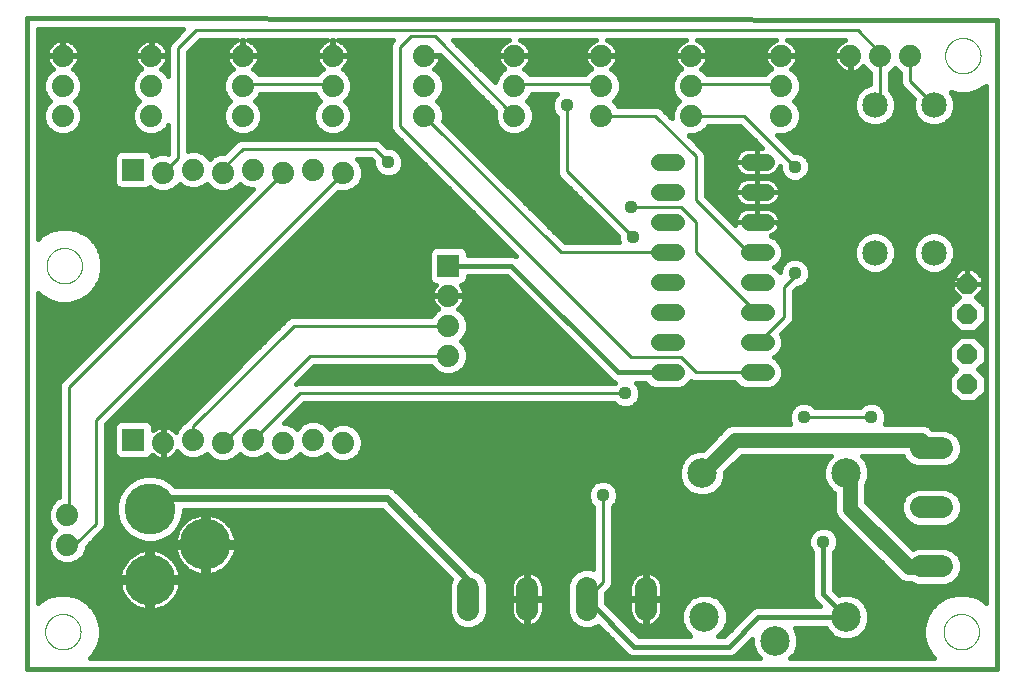
<source format=gbl>
G75*
%MOIN*%
%OFA0B0*%
%FSLAX25Y25*%
%IPPOS*%
%LPD*%
%AMOC8*
5,1,8,0,0,1.08239X$1,22.5*
%
%ADD10C,0.01600*%
%ADD11R,0.07400X0.07400*%
%ADD12C,0.07400*%
%ADD13C,0.07300*%
%ADD14C,0.00000*%
%ADD15OC8,0.06600*%
%ADD16C,0.05800*%
%ADD17C,0.08500*%
%ADD18C,0.09843*%
%ADD19C,0.17000*%
%ADD20C,0.01000*%
%ADD21C,0.04400*%
%ADD22C,0.05000*%
%ADD23C,0.03200*%
%ADD24C,0.02400*%
D10*
X0034000Y0043800D02*
X0034000Y0260800D01*
X0357500Y0260300D01*
X0357500Y0043800D01*
X0034000Y0043800D01*
X0054979Y0047400D02*
X0056117Y0048537D01*
X0057781Y0051420D01*
X0058643Y0054636D01*
X0058643Y0057964D01*
X0057781Y0061180D01*
X0056117Y0064063D01*
X0053763Y0066417D01*
X0050880Y0068081D01*
X0047664Y0068943D01*
X0044336Y0068943D01*
X0041120Y0068081D01*
X0038237Y0066417D01*
X0037600Y0065779D01*
X0037600Y0169321D01*
X0038737Y0168183D01*
X0041620Y0166519D01*
X0044836Y0165657D01*
X0048164Y0165657D01*
X0051380Y0166519D01*
X0054263Y0168183D01*
X0056617Y0170537D01*
X0058281Y0173420D01*
X0059143Y0176636D01*
X0059143Y0179964D01*
X0058281Y0183180D01*
X0056617Y0186063D01*
X0054263Y0188417D01*
X0051380Y0190081D01*
X0048164Y0190943D01*
X0044836Y0190943D01*
X0041620Y0190081D01*
X0038737Y0188417D01*
X0037600Y0187279D01*
X0037600Y0257194D01*
X0086153Y0257119D01*
X0081702Y0252669D01*
X0081200Y0251456D01*
X0081200Y0241524D01*
X0081010Y0241982D01*
X0079182Y0243810D01*
X0078861Y0243943D01*
X0079083Y0244105D01*
X0079695Y0244717D01*
X0080204Y0245417D01*
X0080597Y0246189D01*
X0080865Y0247012D01*
X0081000Y0247867D01*
X0081000Y0248100D01*
X0075700Y0248100D01*
X0075700Y0248500D01*
X0075300Y0248500D01*
X0075300Y0253800D01*
X0075067Y0253800D01*
X0074212Y0253665D01*
X0073389Y0253397D01*
X0072617Y0253004D01*
X0071917Y0252495D01*
X0071305Y0251883D01*
X0070796Y0251183D01*
X0070403Y0250411D01*
X0070135Y0249588D01*
X0070000Y0248733D01*
X0070000Y0248500D01*
X0075300Y0248500D01*
X0075300Y0248100D01*
X0070000Y0248100D01*
X0070000Y0247867D01*
X0070135Y0247012D01*
X0070403Y0246189D01*
X0070796Y0245417D01*
X0071305Y0244717D01*
X0071917Y0244105D01*
X0072139Y0243943D01*
X0071818Y0243810D01*
X0069990Y0241982D01*
X0069000Y0239593D01*
X0069000Y0237007D01*
X0069990Y0234618D01*
X0071308Y0233300D01*
X0069990Y0231982D01*
X0069000Y0229593D01*
X0069000Y0227007D01*
X0069990Y0224618D01*
X0071818Y0222790D01*
X0074207Y0221800D01*
X0076793Y0221800D01*
X0079182Y0222790D01*
X0081010Y0224618D01*
X0081200Y0225076D01*
X0081200Y0215667D01*
X0081175Y0215642D01*
X0080793Y0215800D01*
X0078207Y0215800D01*
X0075884Y0214838D01*
X0075574Y0215586D01*
X0074786Y0216374D01*
X0073757Y0216800D01*
X0065243Y0216800D01*
X0064214Y0216374D01*
X0063426Y0215586D01*
X0063000Y0214557D01*
X0063000Y0206043D01*
X0063426Y0205014D01*
X0064214Y0204226D01*
X0065243Y0203800D01*
X0073757Y0203800D01*
X0074786Y0204226D01*
X0075084Y0204524D01*
X0075818Y0203790D01*
X0078207Y0202800D01*
X0080793Y0202800D01*
X0083182Y0203790D01*
X0085000Y0205608D01*
X0085818Y0204790D01*
X0088207Y0203800D01*
X0090793Y0203800D01*
X0093182Y0204790D01*
X0094000Y0205608D01*
X0095818Y0203790D01*
X0098207Y0202800D01*
X0100793Y0202800D01*
X0103182Y0203790D01*
X0105000Y0205608D01*
X0105818Y0204790D01*
X0108207Y0203800D01*
X0109333Y0203800D01*
X0045202Y0139669D01*
X0044700Y0138456D01*
X0044700Y0101176D01*
X0043818Y0100810D01*
X0041990Y0098982D01*
X0041000Y0096593D01*
X0041000Y0094007D01*
X0041990Y0091618D01*
X0043308Y0090300D01*
X0041990Y0088982D01*
X0041000Y0086593D01*
X0041000Y0084007D01*
X0041990Y0081618D01*
X0043818Y0079790D01*
X0046207Y0078800D01*
X0048793Y0078800D01*
X0051182Y0079790D01*
X0053010Y0081618D01*
X0054000Y0084007D01*
X0054000Y0084633D01*
X0058869Y0089502D01*
X0058869Y0089502D01*
X0059798Y0090431D01*
X0060300Y0091644D01*
X0060300Y0125433D01*
X0137825Y0202958D01*
X0138207Y0202800D01*
X0140793Y0202800D01*
X0143182Y0203790D01*
X0145010Y0205618D01*
X0146000Y0208007D01*
X0146000Y0210593D01*
X0145010Y0212982D01*
X0143992Y0214000D01*
X0148633Y0214000D01*
X0149500Y0213133D01*
X0149500Y0211805D01*
X0150261Y0209968D01*
X0151668Y0208561D01*
X0153505Y0207800D01*
X0155495Y0207800D01*
X0157332Y0208561D01*
X0158739Y0209968D01*
X0159500Y0211805D01*
X0159500Y0213795D01*
X0158739Y0215632D01*
X0157332Y0217039D01*
X0155495Y0217800D01*
X0154167Y0217800D01*
X0151869Y0220098D01*
X0150656Y0220600D01*
X0105344Y0220600D01*
X0104131Y0220098D01*
X0103202Y0219169D01*
X0099833Y0215800D01*
X0098207Y0215800D01*
X0095818Y0214810D01*
X0095000Y0213992D01*
X0093182Y0215810D01*
X0090793Y0216800D01*
X0088207Y0216800D01*
X0087800Y0216631D01*
X0087800Y0249433D01*
X0091867Y0253500D01*
X0104206Y0253500D01*
X0103889Y0253397D01*
X0103117Y0253004D01*
X0102417Y0252495D01*
X0101805Y0251883D01*
X0101296Y0251183D01*
X0100903Y0250411D01*
X0100635Y0249588D01*
X0100500Y0248733D01*
X0100500Y0248500D01*
X0105800Y0248500D01*
X0105800Y0253500D01*
X0106200Y0253500D01*
X0106200Y0248500D01*
X0111500Y0248500D01*
X0111500Y0248733D01*
X0111365Y0249588D01*
X0111097Y0250411D01*
X0110704Y0251183D01*
X0110195Y0251883D01*
X0109583Y0252495D01*
X0108883Y0253004D01*
X0108111Y0253397D01*
X0107794Y0253500D01*
X0134206Y0253500D01*
X0133889Y0253397D01*
X0133117Y0253004D01*
X0132417Y0252495D01*
X0131805Y0251883D01*
X0131296Y0251183D01*
X0130903Y0250411D01*
X0130635Y0249588D01*
X0130500Y0248733D01*
X0130500Y0248500D01*
X0135800Y0248500D01*
X0135800Y0253500D01*
X0136200Y0253500D01*
X0136200Y0248500D01*
X0135800Y0248500D01*
X0135800Y0248100D01*
X0130500Y0248100D01*
X0130500Y0247867D01*
X0130635Y0247012D01*
X0130903Y0246189D01*
X0131296Y0245417D01*
X0131805Y0244717D01*
X0132417Y0244105D01*
X0132639Y0243943D01*
X0132318Y0243810D01*
X0130608Y0242100D01*
X0111392Y0242100D01*
X0109682Y0243810D01*
X0109361Y0243943D01*
X0109583Y0244105D01*
X0110195Y0244717D01*
X0110704Y0245417D01*
X0111097Y0246189D01*
X0111365Y0247012D01*
X0111500Y0247867D01*
X0111500Y0248100D01*
X0106200Y0248100D01*
X0106200Y0248500D01*
X0105800Y0248500D01*
X0105800Y0248100D01*
X0100500Y0248100D01*
X0100500Y0247867D01*
X0100635Y0247012D01*
X0100903Y0246189D01*
X0101296Y0245417D01*
X0101805Y0244717D01*
X0102417Y0244105D01*
X0102639Y0243943D01*
X0102318Y0243810D01*
X0100490Y0241982D01*
X0099500Y0239593D01*
X0099500Y0237007D01*
X0100490Y0234618D01*
X0101808Y0233300D01*
X0100490Y0231982D01*
X0099500Y0229593D01*
X0099500Y0227007D01*
X0100490Y0224618D01*
X0102318Y0222790D01*
X0104707Y0221800D01*
X0107293Y0221800D01*
X0109682Y0222790D01*
X0111510Y0224618D01*
X0112500Y0227007D01*
X0112500Y0229593D01*
X0111510Y0231982D01*
X0110192Y0233300D01*
X0111510Y0234618D01*
X0111876Y0235500D01*
X0130124Y0235500D01*
X0130490Y0234618D01*
X0131808Y0233300D01*
X0130490Y0231982D01*
X0129500Y0229593D01*
X0129500Y0227007D01*
X0130490Y0224618D01*
X0132318Y0222790D01*
X0134707Y0221800D01*
X0137293Y0221800D01*
X0139682Y0222790D01*
X0141510Y0224618D01*
X0142500Y0227007D01*
X0142500Y0229593D01*
X0141510Y0231982D01*
X0140192Y0233300D01*
X0141510Y0234618D01*
X0142500Y0237007D01*
X0142500Y0239593D01*
X0141510Y0241982D01*
X0139682Y0243810D01*
X0139361Y0243943D01*
X0139583Y0244105D01*
X0140195Y0244717D01*
X0140704Y0245417D01*
X0141097Y0246189D01*
X0141365Y0247012D01*
X0141500Y0247867D01*
X0141500Y0248100D01*
X0136200Y0248100D01*
X0136200Y0248500D01*
X0141500Y0248500D01*
X0141500Y0248733D01*
X0141365Y0249588D01*
X0141097Y0250411D01*
X0140704Y0251183D01*
X0140195Y0251883D01*
X0139583Y0252495D01*
X0138883Y0253004D01*
X0138111Y0253397D01*
X0137794Y0253500D01*
X0156033Y0253500D01*
X0155702Y0253169D01*
X0155200Y0251956D01*
X0155200Y0224144D01*
X0155702Y0222931D01*
X0197099Y0181534D01*
X0196216Y0181900D01*
X0181000Y0181900D01*
X0181000Y0182557D01*
X0180574Y0183586D01*
X0179786Y0184374D01*
X0178757Y0184800D01*
X0170243Y0184800D01*
X0169214Y0184374D01*
X0168426Y0183586D01*
X0168000Y0182557D01*
X0168000Y0174043D01*
X0168426Y0173014D01*
X0169214Y0172226D01*
X0170243Y0171800D01*
X0170245Y0171800D01*
X0169796Y0171183D01*
X0169403Y0170411D01*
X0169135Y0169588D01*
X0169000Y0168733D01*
X0169000Y0168500D01*
X0174300Y0168500D01*
X0174300Y0168100D01*
X0169000Y0168100D01*
X0169000Y0167867D01*
X0169135Y0167012D01*
X0169403Y0166189D01*
X0169796Y0165417D01*
X0170305Y0164717D01*
X0170917Y0164105D01*
X0171139Y0163943D01*
X0170818Y0163810D01*
X0168990Y0161982D01*
X0168831Y0161600D01*
X0122344Y0161600D01*
X0121131Y0161098D01*
X0120202Y0160169D01*
X0086702Y0126669D01*
X0086456Y0126075D01*
X0085818Y0125810D01*
X0083990Y0123982D01*
X0083581Y0122997D01*
X0083083Y0123495D01*
X0082383Y0124004D01*
X0081611Y0124397D01*
X0080788Y0124665D01*
X0079933Y0124800D01*
X0079700Y0124800D01*
X0079700Y0119500D01*
X0079300Y0119500D01*
X0079300Y0124800D01*
X0079067Y0124800D01*
X0078212Y0124665D01*
X0077389Y0124397D01*
X0076617Y0124004D01*
X0076000Y0123555D01*
X0076000Y0124557D01*
X0075574Y0125586D01*
X0074786Y0126374D01*
X0073757Y0126800D01*
X0065243Y0126800D01*
X0064214Y0126374D01*
X0063426Y0125586D01*
X0063000Y0124557D01*
X0063000Y0116043D01*
X0063426Y0115014D01*
X0064214Y0114226D01*
X0065243Y0113800D01*
X0073757Y0113800D01*
X0074786Y0114226D01*
X0075574Y0115014D01*
X0075701Y0115321D01*
X0075917Y0115105D01*
X0076617Y0114596D01*
X0077389Y0114203D01*
X0078212Y0113935D01*
X0079067Y0113800D01*
X0079300Y0113800D01*
X0079300Y0119100D01*
X0079700Y0119100D01*
X0079700Y0113800D01*
X0079933Y0113800D01*
X0080788Y0113935D01*
X0081611Y0114203D01*
X0082383Y0114596D01*
X0083083Y0115105D01*
X0083695Y0115717D01*
X0084198Y0116409D01*
X0085818Y0114790D01*
X0088207Y0113800D01*
X0090793Y0113800D01*
X0093182Y0114790D01*
X0094000Y0115608D01*
X0095818Y0113790D01*
X0098207Y0112800D01*
X0100793Y0112800D01*
X0103182Y0113790D01*
X0105000Y0115608D01*
X0105818Y0114790D01*
X0108207Y0113800D01*
X0110793Y0113800D01*
X0113182Y0114790D01*
X0114000Y0115608D01*
X0115818Y0113790D01*
X0118207Y0112800D01*
X0120793Y0112800D01*
X0123182Y0113790D01*
X0125000Y0115608D01*
X0125818Y0114790D01*
X0128207Y0113800D01*
X0130793Y0113800D01*
X0133182Y0114790D01*
X0134000Y0115608D01*
X0135818Y0113790D01*
X0138207Y0112800D01*
X0140793Y0112800D01*
X0143182Y0113790D01*
X0145010Y0115618D01*
X0146000Y0118007D01*
X0146000Y0120593D01*
X0145010Y0122982D01*
X0143182Y0124810D01*
X0140793Y0125800D01*
X0138207Y0125800D01*
X0135818Y0124810D01*
X0135000Y0123992D01*
X0133182Y0125810D01*
X0130793Y0126800D01*
X0128207Y0126800D01*
X0125818Y0125810D01*
X0124000Y0123992D01*
X0123182Y0124810D01*
X0120793Y0125800D01*
X0119667Y0125800D01*
X0126367Y0132500D01*
X0229729Y0132500D01*
X0230668Y0131561D01*
X0232505Y0130800D01*
X0234495Y0130800D01*
X0236332Y0131561D01*
X0237739Y0132968D01*
X0238500Y0134805D01*
X0238500Y0136795D01*
X0237739Y0138632D01*
X0237171Y0139200D01*
X0240139Y0139200D01*
X0241371Y0137968D01*
X0243466Y0137100D01*
X0251534Y0137100D01*
X0253629Y0137968D01*
X0255232Y0139571D01*
X0255370Y0139903D01*
X0256344Y0139500D01*
X0269839Y0139500D01*
X0271371Y0137968D01*
X0273466Y0137100D01*
X0281534Y0137100D01*
X0283629Y0137968D01*
X0285232Y0139571D01*
X0286100Y0141666D01*
X0286100Y0143934D01*
X0285232Y0146029D01*
X0283629Y0147632D01*
X0283224Y0147800D01*
X0283629Y0147968D01*
X0285232Y0149571D01*
X0286100Y0151666D01*
X0286100Y0153934D01*
X0285427Y0155560D01*
X0288369Y0158502D01*
X0289298Y0159431D01*
X0289800Y0160644D01*
X0289800Y0169933D01*
X0290667Y0170800D01*
X0290995Y0170800D01*
X0292832Y0171561D01*
X0294239Y0172968D01*
X0295000Y0174805D01*
X0295000Y0176795D01*
X0294239Y0178632D01*
X0292832Y0180039D01*
X0290995Y0180800D01*
X0289005Y0180800D01*
X0287168Y0180039D01*
X0285761Y0178632D01*
X0285000Y0176795D01*
X0285000Y0176261D01*
X0283629Y0177632D01*
X0283224Y0177800D01*
X0283629Y0177968D01*
X0285232Y0179571D01*
X0286100Y0181666D01*
X0286100Y0183934D01*
X0285232Y0186029D01*
X0283629Y0187632D01*
X0281904Y0188347D01*
X0282204Y0188444D01*
X0282863Y0188780D01*
X0283462Y0189215D01*
X0283985Y0189738D01*
X0284420Y0190337D01*
X0284756Y0190996D01*
X0284984Y0191699D01*
X0285100Y0192430D01*
X0285100Y0192800D01*
X0285100Y0193170D01*
X0284984Y0193901D01*
X0284756Y0194604D01*
X0284420Y0195263D01*
X0283985Y0195862D01*
X0283462Y0196385D01*
X0282863Y0196820D01*
X0282204Y0197156D01*
X0281501Y0197384D01*
X0280770Y0197500D01*
X0277500Y0197500D01*
X0277500Y0192800D01*
X0277500Y0192800D01*
X0285100Y0192800D01*
X0277500Y0192800D01*
X0277500Y0192800D01*
X0277500Y0192800D01*
X0269900Y0192800D01*
X0269900Y0193170D01*
X0270016Y0193901D01*
X0270244Y0194604D01*
X0270580Y0195263D01*
X0271015Y0195862D01*
X0271538Y0196385D01*
X0272137Y0196820D01*
X0272796Y0197156D01*
X0273499Y0197384D01*
X0274230Y0197500D01*
X0277500Y0197500D01*
X0277500Y0192800D01*
X0269900Y0192800D01*
X0269900Y0192430D01*
X0269968Y0191999D01*
X0260300Y0201667D01*
X0260300Y0215456D01*
X0259798Y0216669D01*
X0254667Y0221800D01*
X0256793Y0221800D01*
X0259182Y0222790D01*
X0261010Y0224618D01*
X0261169Y0225000D01*
X0271633Y0225000D01*
X0279133Y0217500D01*
X0277500Y0217500D01*
X0277500Y0212800D01*
X0277500Y0212800D01*
X0277500Y0208100D01*
X0280770Y0208100D01*
X0281501Y0208216D01*
X0282204Y0208444D01*
X0282863Y0208780D01*
X0283462Y0209215D01*
X0283985Y0209738D01*
X0284420Y0210337D01*
X0284756Y0210996D01*
X0284972Y0211661D01*
X0285000Y0211633D01*
X0285000Y0210305D01*
X0285761Y0208468D01*
X0287168Y0207061D01*
X0289005Y0206300D01*
X0290995Y0206300D01*
X0292832Y0207061D01*
X0294239Y0208468D01*
X0295000Y0210305D01*
X0295000Y0212295D01*
X0294239Y0214132D01*
X0292832Y0215539D01*
X0290995Y0216300D01*
X0289667Y0216300D01*
X0284138Y0221828D01*
X0284207Y0221800D01*
X0286793Y0221800D01*
X0289182Y0222790D01*
X0291010Y0224618D01*
X0292000Y0227007D01*
X0292000Y0229593D01*
X0291010Y0231982D01*
X0289692Y0233300D01*
X0291010Y0234618D01*
X0292000Y0237007D01*
X0292000Y0239593D01*
X0291010Y0241982D01*
X0289182Y0243810D01*
X0288861Y0243943D01*
X0289083Y0244105D01*
X0289695Y0244717D01*
X0290204Y0245417D01*
X0290597Y0246189D01*
X0290865Y0247012D01*
X0291000Y0247867D01*
X0291000Y0248100D01*
X0285700Y0248100D01*
X0285700Y0248500D01*
X0291000Y0248500D01*
X0291000Y0248733D01*
X0290865Y0249588D01*
X0290597Y0250411D01*
X0290204Y0251183D01*
X0289695Y0251883D01*
X0289083Y0252495D01*
X0288383Y0253004D01*
X0287611Y0253397D01*
X0287294Y0253500D01*
X0306706Y0253500D01*
X0306389Y0253397D01*
X0305617Y0253004D01*
X0304917Y0252495D01*
X0304305Y0251883D01*
X0303796Y0251183D01*
X0303403Y0250411D01*
X0303135Y0249588D01*
X0303000Y0248733D01*
X0303000Y0248500D01*
X0308300Y0248500D01*
X0308300Y0248100D01*
X0308700Y0248100D01*
X0308700Y0242800D01*
X0308933Y0242800D01*
X0309788Y0242935D01*
X0310611Y0243203D01*
X0311383Y0243596D01*
X0312083Y0244105D01*
X0312695Y0244717D01*
X0312857Y0244939D01*
X0312990Y0244618D01*
X0314818Y0242790D01*
X0315200Y0242631D01*
X0315200Y0238933D01*
X0312664Y0237883D01*
X0310681Y0235900D01*
X0309607Y0233309D01*
X0309607Y0230504D01*
X0310681Y0227913D01*
X0312664Y0225930D01*
X0315255Y0224856D01*
X0318060Y0224856D01*
X0320651Y0225930D01*
X0322634Y0227913D01*
X0323707Y0230504D01*
X0323707Y0233309D01*
X0322634Y0235900D01*
X0321800Y0236734D01*
X0321800Y0242631D01*
X0322182Y0242790D01*
X0323500Y0244108D01*
X0324818Y0242790D01*
X0325200Y0242631D01*
X0325200Y0239092D01*
X0325702Y0237880D01*
X0329580Y0234002D01*
X0329293Y0233309D01*
X0329293Y0230504D01*
X0330366Y0227913D01*
X0332349Y0225930D01*
X0334940Y0224856D01*
X0337745Y0224856D01*
X0340336Y0225930D01*
X0342319Y0227913D01*
X0343393Y0230504D01*
X0343393Y0233309D01*
X0342319Y0235900D01*
X0341912Y0236307D01*
X0344336Y0235657D01*
X0347664Y0235657D01*
X0350880Y0236519D01*
X0353763Y0238183D01*
X0353900Y0238321D01*
X0353900Y0065779D01*
X0353263Y0066417D01*
X0350380Y0068081D01*
X0347164Y0068943D01*
X0343836Y0068943D01*
X0340620Y0068081D01*
X0337737Y0066417D01*
X0335383Y0064063D01*
X0333719Y0061180D01*
X0332857Y0057964D01*
X0332857Y0054636D01*
X0333719Y0051420D01*
X0335383Y0048537D01*
X0336521Y0047400D01*
X0288519Y0047400D01*
X0290046Y0048926D01*
X0291221Y0051764D01*
X0291221Y0054836D01*
X0290087Y0057574D01*
X0300256Y0057574D01*
X0300576Y0056800D01*
X0302748Y0054628D01*
X0305586Y0053453D01*
X0308658Y0053453D01*
X0311496Y0054628D01*
X0313668Y0056800D01*
X0314843Y0059638D01*
X0314843Y0062710D01*
X0313668Y0065548D01*
X0311496Y0067720D01*
X0308658Y0068895D01*
X0305586Y0068895D01*
X0304812Y0068575D01*
X0303100Y0070287D01*
X0303100Y0082829D01*
X0303739Y0083468D01*
X0304500Y0085305D01*
X0304500Y0087295D01*
X0303739Y0089132D01*
X0302332Y0090539D01*
X0300495Y0091300D01*
X0298505Y0091300D01*
X0296668Y0090539D01*
X0295261Y0089132D01*
X0294500Y0087295D01*
X0294500Y0085305D01*
X0295261Y0083468D01*
X0295900Y0082829D01*
X0295900Y0068080D01*
X0296448Y0066757D01*
X0298431Y0064774D01*
X0277158Y0064774D01*
X0275835Y0064226D01*
X0274822Y0063213D01*
X0266509Y0054900D01*
X0264523Y0054900D01*
X0266424Y0056800D01*
X0267599Y0059638D01*
X0267599Y0062710D01*
X0266424Y0065548D01*
X0264252Y0067720D01*
X0261414Y0068895D01*
X0258342Y0068895D01*
X0255504Y0067720D01*
X0253332Y0065548D01*
X0252157Y0062710D01*
X0252157Y0059638D01*
X0253332Y0056800D01*
X0255232Y0054900D01*
X0237991Y0054900D01*
X0227107Y0065784D01*
X0227107Y0069241D01*
X0228798Y0070931D01*
X0229300Y0072144D01*
X0229300Y0098029D01*
X0230239Y0098968D01*
X0231000Y0100805D01*
X0231000Y0102795D01*
X0230239Y0104632D01*
X0228832Y0106039D01*
X0226995Y0106800D01*
X0225005Y0106800D01*
X0223168Y0106039D01*
X0221761Y0104632D01*
X0221000Y0102795D01*
X0221000Y0100805D01*
X0221761Y0098968D01*
X0222700Y0098029D01*
X0222700Y0077085D01*
X0221940Y0077400D01*
X0219374Y0077400D01*
X0217004Y0076418D01*
X0215189Y0074604D01*
X0214207Y0072233D01*
X0214207Y0062367D01*
X0215189Y0059996D01*
X0217004Y0058182D01*
X0219374Y0057200D01*
X0221940Y0057200D01*
X0224311Y0058182D01*
X0224419Y0058290D01*
X0233448Y0049261D01*
X0234461Y0048248D01*
X0235784Y0047700D01*
X0268716Y0047700D01*
X0270039Y0048248D01*
X0275779Y0053988D01*
X0275779Y0051764D01*
X0276954Y0048926D01*
X0278481Y0047400D01*
X0054979Y0047400D01*
X0056382Y0048997D02*
X0233712Y0048997D01*
X0232113Y0050596D02*
X0057305Y0050596D01*
X0057988Y0052194D02*
X0230515Y0052194D01*
X0228916Y0053793D02*
X0058417Y0053793D01*
X0058643Y0055391D02*
X0227318Y0055391D01*
X0225719Y0056990D02*
X0058643Y0056990D01*
X0058475Y0058588D02*
X0177098Y0058588D01*
X0177504Y0058182D02*
X0179874Y0057200D01*
X0182440Y0057200D01*
X0184811Y0058182D01*
X0186626Y0059996D01*
X0187607Y0062367D01*
X0187607Y0072233D01*
X0186626Y0074604D01*
X0184811Y0076418D01*
X0183493Y0076964D01*
X0157391Y0103066D01*
X0156266Y0104191D01*
X0154796Y0104800D01*
X0083418Y0104800D01*
X0081938Y0106279D01*
X0079362Y0107767D01*
X0076488Y0108537D01*
X0073512Y0108537D01*
X0070638Y0107767D01*
X0068062Y0106279D01*
X0065958Y0104175D01*
X0064470Y0101599D01*
X0063700Y0098725D01*
X0063700Y0095749D01*
X0064470Y0092875D01*
X0065958Y0090299D01*
X0068062Y0088195D01*
X0070638Y0086707D01*
X0073512Y0085937D01*
X0076488Y0085937D01*
X0079362Y0086707D01*
X0081938Y0088195D01*
X0084042Y0090299D01*
X0085530Y0092875D01*
X0086300Y0095749D01*
X0086300Y0096800D01*
X0152343Y0096800D01*
X0175353Y0073791D01*
X0174707Y0072233D01*
X0174707Y0062367D01*
X0175689Y0059996D01*
X0177504Y0058182D01*
X0175611Y0060187D02*
X0058047Y0060187D01*
X0057431Y0061785D02*
X0174948Y0061785D01*
X0174707Y0063384D02*
X0076188Y0063384D01*
X0075800Y0063384D02*
X0074200Y0063384D01*
X0074200Y0063340D02*
X0074200Y0072815D01*
X0064725Y0072815D01*
X0064830Y0071887D01*
X0065087Y0070759D01*
X0065469Y0069667D01*
X0065971Y0068625D01*
X0066586Y0067645D01*
X0067308Y0066741D01*
X0068126Y0065923D01*
X0069030Y0065201D01*
X0070010Y0064586D01*
X0071052Y0064084D01*
X0072144Y0063702D01*
X0073272Y0063444D01*
X0074200Y0063340D01*
X0073812Y0063384D02*
X0056509Y0063384D01*
X0055197Y0064982D02*
X0069379Y0064982D01*
X0067468Y0066581D02*
X0053478Y0066581D01*
X0050513Y0068179D02*
X0066251Y0068179D01*
X0065430Y0069778D02*
X0037600Y0069778D01*
X0037600Y0071376D02*
X0064946Y0071376D01*
X0064725Y0074415D02*
X0074200Y0074415D01*
X0074200Y0083890D01*
X0073272Y0083785D01*
X0072144Y0083528D01*
X0071052Y0083146D01*
X0070010Y0082644D01*
X0069030Y0082028D01*
X0068126Y0081307D01*
X0067308Y0080489D01*
X0066586Y0079585D01*
X0065971Y0078605D01*
X0065469Y0077563D01*
X0065087Y0076471D01*
X0064830Y0075343D01*
X0064725Y0074415D01*
X0064743Y0074573D02*
X0037600Y0074573D01*
X0037600Y0072975D02*
X0074200Y0072975D01*
X0074200Y0072815D02*
X0074200Y0074415D01*
X0075800Y0074415D01*
X0075800Y0083890D01*
X0076728Y0083785D01*
X0077856Y0083528D01*
X0078948Y0083146D01*
X0079990Y0082644D01*
X0080970Y0082028D01*
X0081874Y0081307D01*
X0082692Y0080489D01*
X0083414Y0079585D01*
X0084029Y0078605D01*
X0084531Y0077563D01*
X0084913Y0076471D01*
X0085170Y0075343D01*
X0085275Y0074415D01*
X0075800Y0074415D01*
X0075800Y0072815D01*
X0085275Y0072815D01*
X0085170Y0071887D01*
X0084913Y0070759D01*
X0084531Y0069667D01*
X0084029Y0068625D01*
X0083414Y0067645D01*
X0082692Y0066741D01*
X0081874Y0065923D01*
X0080970Y0065201D01*
X0079990Y0064586D01*
X0078948Y0064084D01*
X0077856Y0063702D01*
X0076728Y0063444D01*
X0075800Y0063340D01*
X0075800Y0072815D01*
X0074200Y0072815D01*
X0074200Y0071376D02*
X0075800Y0071376D01*
X0075800Y0069778D02*
X0074200Y0069778D01*
X0074200Y0068179D02*
X0075800Y0068179D01*
X0075800Y0066581D02*
X0074200Y0066581D01*
X0074200Y0064982D02*
X0075800Y0064982D01*
X0080621Y0064982D02*
X0174707Y0064982D01*
X0174707Y0066581D02*
X0082532Y0066581D01*
X0083749Y0068179D02*
X0174707Y0068179D01*
X0174707Y0069778D02*
X0084570Y0069778D01*
X0085054Y0071376D02*
X0174707Y0071376D01*
X0175015Y0072975D02*
X0075800Y0072975D01*
X0075800Y0074573D02*
X0074200Y0074573D01*
X0074200Y0076172D02*
X0075800Y0076172D01*
X0075800Y0077770D02*
X0074200Y0077770D01*
X0074200Y0079369D02*
X0075800Y0079369D01*
X0075800Y0080967D02*
X0074200Y0080967D01*
X0074200Y0082566D02*
X0075800Y0082566D01*
X0080115Y0082566D02*
X0083592Y0082566D01*
X0083591Y0082570D02*
X0083973Y0081478D01*
X0084475Y0080436D01*
X0085090Y0079456D01*
X0085812Y0078552D01*
X0086630Y0077734D01*
X0087534Y0077012D01*
X0088514Y0076397D01*
X0089556Y0075895D01*
X0090648Y0075513D01*
X0091776Y0075256D01*
X0092704Y0075151D01*
X0092704Y0084626D01*
X0094304Y0084626D01*
X0094304Y0086226D01*
X0103779Y0086226D01*
X0103674Y0087154D01*
X0103417Y0088282D01*
X0103035Y0089374D01*
X0102533Y0090416D01*
X0101917Y0091396D01*
X0101196Y0092300D01*
X0100378Y0093118D01*
X0099474Y0093839D01*
X0098494Y0094455D01*
X0097452Y0094957D01*
X0096360Y0095339D01*
X0095232Y0095596D01*
X0094304Y0095701D01*
X0094304Y0086226D01*
X0092704Y0086226D01*
X0092704Y0095701D01*
X0091776Y0095596D01*
X0090648Y0095339D01*
X0089556Y0094957D01*
X0088514Y0094455D01*
X0087534Y0093839D01*
X0086630Y0093118D01*
X0085812Y0092300D01*
X0085090Y0091396D01*
X0084475Y0090416D01*
X0083973Y0089374D01*
X0083591Y0088282D01*
X0083333Y0087154D01*
X0083229Y0086226D01*
X0092704Y0086226D01*
X0092704Y0084626D01*
X0083229Y0084626D01*
X0083333Y0083698D01*
X0083591Y0082570D01*
X0083281Y0084164D02*
X0054000Y0084164D01*
X0053403Y0082566D02*
X0069885Y0082566D01*
X0067786Y0080967D02*
X0052360Y0080967D01*
X0050166Y0079369D02*
X0066451Y0079369D01*
X0065569Y0077770D02*
X0037600Y0077770D01*
X0037600Y0076172D02*
X0065019Y0076172D01*
X0055130Y0085763D02*
X0092704Y0085763D01*
X0092704Y0087361D02*
X0094304Y0087361D01*
X0094304Y0085763D02*
X0163380Y0085763D01*
X0161782Y0087361D02*
X0103627Y0087361D01*
X0103180Y0088960D02*
X0160183Y0088960D01*
X0158585Y0090558D02*
X0102444Y0090558D01*
X0101310Y0092157D02*
X0156986Y0092157D01*
X0155388Y0093755D02*
X0099579Y0093755D01*
X0096295Y0095354D02*
X0153789Y0095354D01*
X0158709Y0101748D02*
X0221000Y0101748D01*
X0221229Y0103346D02*
X0157110Y0103346D01*
X0160307Y0100149D02*
X0221272Y0100149D01*
X0222178Y0098551D02*
X0161906Y0098551D01*
X0163504Y0096952D02*
X0222700Y0096952D01*
X0222700Y0095354D02*
X0165103Y0095354D01*
X0166702Y0093755D02*
X0222700Y0093755D01*
X0222700Y0092157D02*
X0168300Y0092157D01*
X0169899Y0090558D02*
X0222700Y0090558D01*
X0222700Y0088960D02*
X0171497Y0088960D01*
X0173096Y0087361D02*
X0222700Y0087361D01*
X0222700Y0085763D02*
X0174694Y0085763D01*
X0176293Y0084164D02*
X0222700Y0084164D01*
X0222700Y0082566D02*
X0177891Y0082566D01*
X0179490Y0080967D02*
X0222700Y0080967D01*
X0222700Y0079369D02*
X0181088Y0079369D01*
X0182687Y0077770D02*
X0222700Y0077770D01*
X0216758Y0076172D02*
X0202408Y0076172D01*
X0202119Y0076266D02*
X0201271Y0076400D01*
X0201218Y0076400D01*
X0201218Y0067675D01*
X0206293Y0067675D01*
X0206293Y0071379D01*
X0206158Y0072226D01*
X0205893Y0073042D01*
X0205504Y0073806D01*
X0205000Y0074500D01*
X0204393Y0075107D01*
X0203699Y0075611D01*
X0202935Y0076001D01*
X0202119Y0076266D01*
X0201218Y0076172D02*
X0200467Y0076172D01*
X0200467Y0076400D02*
X0200414Y0076400D01*
X0199566Y0076266D01*
X0198750Y0076001D01*
X0197986Y0075611D01*
X0197292Y0075107D01*
X0196685Y0074500D01*
X0196181Y0073806D01*
X0195792Y0073042D01*
X0195527Y0072226D01*
X0195393Y0071379D01*
X0195393Y0067675D01*
X0200467Y0067675D01*
X0200467Y0066925D01*
X0195393Y0066925D01*
X0195393Y0063221D01*
X0195527Y0062374D01*
X0195792Y0061558D01*
X0196181Y0060794D01*
X0196685Y0060100D01*
X0197292Y0059493D01*
X0197986Y0058989D01*
X0198750Y0058599D01*
X0199566Y0058334D01*
X0200414Y0058200D01*
X0200467Y0058200D01*
X0200467Y0066925D01*
X0201218Y0066925D01*
X0201218Y0067675D01*
X0200467Y0067675D01*
X0200467Y0076400D01*
X0199277Y0076172D02*
X0185057Y0076172D01*
X0186638Y0074573D02*
X0196758Y0074573D01*
X0195770Y0072975D02*
X0187300Y0072975D01*
X0187607Y0071376D02*
X0195393Y0071376D01*
X0195393Y0069778D02*
X0187607Y0069778D01*
X0187607Y0068179D02*
X0195393Y0068179D01*
X0195393Y0066581D02*
X0187607Y0066581D01*
X0187607Y0064982D02*
X0195393Y0064982D01*
X0195393Y0063384D02*
X0187607Y0063384D01*
X0187366Y0061785D02*
X0195718Y0061785D01*
X0196622Y0060187D02*
X0186704Y0060187D01*
X0185217Y0058588D02*
X0198785Y0058588D01*
X0200467Y0058588D02*
X0201218Y0058588D01*
X0201218Y0058200D02*
X0201271Y0058200D01*
X0202119Y0058334D01*
X0202935Y0058599D01*
X0203699Y0058989D01*
X0204393Y0059493D01*
X0205000Y0060100D01*
X0205504Y0060794D01*
X0205893Y0061558D01*
X0206158Y0062374D01*
X0206293Y0063221D01*
X0206293Y0066925D01*
X0201218Y0066925D01*
X0201218Y0058200D01*
X0202900Y0058588D02*
X0216598Y0058588D01*
X0215111Y0060187D02*
X0205063Y0060187D01*
X0205967Y0061785D02*
X0214448Y0061785D01*
X0214207Y0063384D02*
X0206293Y0063384D01*
X0206293Y0064982D02*
X0214207Y0064982D01*
X0214207Y0066581D02*
X0206293Y0066581D01*
X0206293Y0068179D02*
X0214207Y0068179D01*
X0214207Y0069778D02*
X0206293Y0069778D01*
X0206293Y0071376D02*
X0214207Y0071376D01*
X0214515Y0072975D02*
X0205915Y0072975D01*
X0204927Y0074573D02*
X0215177Y0074573D01*
X0221000Y0066800D02*
X0236500Y0051300D01*
X0268000Y0051300D01*
X0277874Y0061174D01*
X0307122Y0061174D01*
X0299500Y0068796D01*
X0299500Y0086300D01*
X0304027Y0084164D02*
X0314140Y0084164D01*
X0312542Y0085763D02*
X0304500Y0085763D01*
X0304472Y0087361D02*
X0310943Y0087361D01*
X0309345Y0088960D02*
X0303810Y0088960D01*
X0302285Y0090558D02*
X0307746Y0090558D01*
X0306148Y0092157D02*
X0229300Y0092157D01*
X0229300Y0093755D02*
X0304549Y0093755D01*
X0304007Y0094298D02*
X0303200Y0096246D01*
X0303200Y0102473D01*
X0302748Y0102660D01*
X0300576Y0104832D01*
X0299401Y0107670D01*
X0299401Y0110741D01*
X0300576Y0113579D01*
X0301997Y0115000D01*
X0272380Y0115000D01*
X0266812Y0109431D01*
X0266812Y0107670D01*
X0265636Y0104832D01*
X0263464Y0102660D01*
X0260626Y0101484D01*
X0257555Y0101484D01*
X0254717Y0102660D01*
X0252545Y0104832D01*
X0251369Y0107670D01*
X0251369Y0110741D01*
X0252545Y0113579D01*
X0254717Y0115751D01*
X0257555Y0116927D01*
X0259316Y0116927D01*
X0267183Y0124793D01*
X0269131Y0125600D01*
X0288499Y0125600D01*
X0288000Y0126805D01*
X0288000Y0128795D01*
X0288761Y0130632D01*
X0290168Y0132039D01*
X0292005Y0132800D01*
X0293995Y0132800D01*
X0295832Y0132039D01*
X0296771Y0131100D01*
X0311729Y0131100D01*
X0312668Y0132039D01*
X0314505Y0132800D01*
X0316495Y0132800D01*
X0318332Y0132039D01*
X0319739Y0130632D01*
X0320500Y0128795D01*
X0320500Y0126805D01*
X0320001Y0125600D01*
X0333054Y0125600D01*
X0335002Y0124793D01*
X0335860Y0123935D01*
X0340512Y0123935D01*
X0342882Y0122953D01*
X0344697Y0121139D01*
X0345679Y0118768D01*
X0345679Y0116202D01*
X0344697Y0113831D01*
X0342882Y0112017D01*
X0340512Y0111035D01*
X0330646Y0111035D01*
X0328275Y0112017D01*
X0326461Y0113831D01*
X0325977Y0115000D01*
X0312247Y0115000D01*
X0313668Y0113579D01*
X0314843Y0110741D01*
X0314843Y0107670D01*
X0313800Y0105151D01*
X0313800Y0099495D01*
X0329291Y0084004D01*
X0330646Y0084565D01*
X0340512Y0084565D01*
X0342882Y0083583D01*
X0344697Y0081769D01*
X0345679Y0079398D01*
X0345679Y0076832D01*
X0344697Y0074461D01*
X0342882Y0072647D01*
X0340512Y0071665D01*
X0330646Y0071665D01*
X0328630Y0072500D01*
X0326946Y0072500D01*
X0324998Y0073307D01*
X0304007Y0094298D01*
X0303569Y0095354D02*
X0229300Y0095354D01*
X0229300Y0096952D02*
X0303200Y0096952D01*
X0303200Y0098551D02*
X0229822Y0098551D01*
X0230728Y0100149D02*
X0303200Y0100149D01*
X0303200Y0101748D02*
X0261263Y0101748D01*
X0264151Y0103346D02*
X0302062Y0103346D01*
X0300529Y0104945D02*
X0265683Y0104945D01*
X0266345Y0106543D02*
X0299867Y0106543D01*
X0299401Y0108142D02*
X0266812Y0108142D01*
X0267121Y0109740D02*
X0299401Y0109740D01*
X0299648Y0111339D02*
X0268719Y0111339D01*
X0270318Y0112937D02*
X0300310Y0112937D01*
X0301533Y0114536D02*
X0271916Y0114536D01*
X0263320Y0120930D02*
X0145860Y0120930D01*
X0146000Y0119332D02*
X0261721Y0119332D01*
X0260123Y0117733D02*
X0145886Y0117733D01*
X0145224Y0116134D02*
X0255642Y0116134D01*
X0253502Y0114536D02*
X0143928Y0114536D01*
X0141125Y0112937D02*
X0252279Y0112937D01*
X0251617Y0111339D02*
X0060300Y0111339D01*
X0060300Y0112937D02*
X0097875Y0112937D01*
X0095072Y0114536D02*
X0092570Y0114536D01*
X0086430Y0114536D02*
X0082265Y0114536D01*
X0083998Y0116134D02*
X0084473Y0116134D01*
X0079700Y0116134D02*
X0079300Y0116134D01*
X0079300Y0114536D02*
X0079700Y0114536D01*
X0076735Y0114536D02*
X0075096Y0114536D01*
X0079300Y0117733D02*
X0079700Y0117733D01*
X0079700Y0120930D02*
X0079300Y0120930D01*
X0079300Y0122529D02*
X0079700Y0122529D01*
X0079700Y0124127D02*
X0079300Y0124127D01*
X0076859Y0124127D02*
X0076000Y0124127D01*
X0075434Y0125726D02*
X0085733Y0125726D01*
X0084135Y0124127D02*
X0082141Y0124127D01*
X0087357Y0127324D02*
X0062191Y0127324D01*
X0063566Y0125726D02*
X0060592Y0125726D01*
X0060300Y0124127D02*
X0063000Y0124127D01*
X0063000Y0122529D02*
X0060300Y0122529D01*
X0060300Y0120930D02*
X0063000Y0120930D01*
X0063000Y0119332D02*
X0060300Y0119332D01*
X0060300Y0117733D02*
X0063000Y0117733D01*
X0063000Y0116134D02*
X0060300Y0116134D01*
X0060300Y0114536D02*
X0063904Y0114536D01*
X0060300Y0109740D02*
X0251369Y0109740D01*
X0251369Y0108142D02*
X0077962Y0108142D01*
X0081481Y0106543D02*
X0224386Y0106543D01*
X0222074Y0104945D02*
X0083273Y0104945D01*
X0086194Y0095354D02*
X0090713Y0095354D01*
X0092704Y0095354D02*
X0094304Y0095354D01*
X0094304Y0093755D02*
X0092704Y0093755D01*
X0092704Y0092157D02*
X0094304Y0092157D01*
X0094304Y0090558D02*
X0092704Y0090558D01*
X0092704Y0088960D02*
X0094304Y0088960D01*
X0094304Y0084626D02*
X0103779Y0084626D01*
X0103674Y0083698D01*
X0103417Y0082570D01*
X0103035Y0081478D01*
X0102533Y0080436D01*
X0101917Y0079456D01*
X0101196Y0078552D01*
X0100378Y0077734D01*
X0099474Y0077012D01*
X0098494Y0076397D01*
X0097452Y0075895D01*
X0096360Y0075513D01*
X0095232Y0075256D01*
X0094304Y0075151D01*
X0094304Y0084626D01*
X0094304Y0084164D02*
X0092704Y0084164D01*
X0092704Y0082566D02*
X0094304Y0082566D01*
X0094304Y0080967D02*
X0092704Y0080967D01*
X0092704Y0079369D02*
X0094304Y0079369D01*
X0094304Y0077770D02*
X0092704Y0077770D01*
X0092704Y0076172D02*
X0094304Y0076172D01*
X0098026Y0076172D02*
X0172971Y0076172D01*
X0171373Y0077770D02*
X0100415Y0077770D01*
X0101848Y0079369D02*
X0169774Y0079369D01*
X0168176Y0080967D02*
X0102789Y0080967D01*
X0103415Y0082566D02*
X0166577Y0082566D01*
X0164979Y0084164D02*
X0103727Y0084164D01*
X0088982Y0076172D02*
X0084981Y0076172D01*
X0085257Y0074573D02*
X0174570Y0074573D01*
X0200467Y0074573D02*
X0201218Y0074573D01*
X0201218Y0072975D02*
X0200467Y0072975D01*
X0200467Y0071376D02*
X0201218Y0071376D01*
X0201218Y0069778D02*
X0200467Y0069778D01*
X0200467Y0068179D02*
X0201218Y0068179D01*
X0201218Y0066581D02*
X0200467Y0066581D01*
X0200467Y0064982D02*
X0201218Y0064982D01*
X0201218Y0063384D02*
X0200467Y0063384D01*
X0200467Y0061785D02*
X0201218Y0061785D01*
X0201218Y0060187D02*
X0200467Y0060187D01*
X0227107Y0066581D02*
X0234893Y0066581D01*
X0234893Y0066925D02*
X0234893Y0063221D01*
X0235027Y0062374D01*
X0235292Y0061558D01*
X0235681Y0060794D01*
X0236185Y0060100D01*
X0236792Y0059493D01*
X0237486Y0058989D01*
X0238250Y0058599D01*
X0239066Y0058334D01*
X0239914Y0058200D01*
X0239967Y0058200D01*
X0239967Y0066925D01*
X0234893Y0066925D01*
X0234893Y0067675D02*
X0239967Y0067675D01*
X0239967Y0066925D01*
X0240718Y0066925D01*
X0240718Y0067675D01*
X0245793Y0067675D01*
X0245793Y0071379D01*
X0245658Y0072226D01*
X0245393Y0073042D01*
X0245004Y0073806D01*
X0244500Y0074500D01*
X0243893Y0075107D01*
X0243199Y0075611D01*
X0242435Y0076001D01*
X0241619Y0076266D01*
X0240771Y0076400D01*
X0240718Y0076400D01*
X0240718Y0067675D01*
X0239967Y0067675D01*
X0239967Y0076400D01*
X0239914Y0076400D01*
X0239066Y0076266D01*
X0238250Y0076001D01*
X0237486Y0075611D01*
X0236792Y0075107D01*
X0236185Y0074500D01*
X0235681Y0073806D01*
X0235292Y0073042D01*
X0235027Y0072226D01*
X0234893Y0071379D01*
X0234893Y0067675D01*
X0234893Y0068179D02*
X0227107Y0068179D01*
X0227645Y0069778D02*
X0234893Y0069778D01*
X0234893Y0071376D02*
X0228982Y0071376D01*
X0229300Y0072975D02*
X0235270Y0072975D01*
X0236258Y0074573D02*
X0229300Y0074573D01*
X0229300Y0076172D02*
X0238777Y0076172D01*
X0239967Y0076172D02*
X0240718Y0076172D01*
X0241908Y0076172D02*
X0295900Y0076172D01*
X0295900Y0077770D02*
X0229300Y0077770D01*
X0229300Y0079369D02*
X0295900Y0079369D01*
X0295900Y0080967D02*
X0229300Y0080967D01*
X0229300Y0082566D02*
X0295900Y0082566D01*
X0294973Y0084164D02*
X0229300Y0084164D01*
X0229300Y0085763D02*
X0294500Y0085763D01*
X0294528Y0087361D02*
X0229300Y0087361D01*
X0229300Y0088960D02*
X0295190Y0088960D01*
X0296715Y0090558D02*
X0229300Y0090558D01*
X0231000Y0101748D02*
X0256918Y0101748D01*
X0254030Y0103346D02*
X0230771Y0103346D01*
X0229926Y0104945D02*
X0252498Y0104945D01*
X0251836Y0106543D02*
X0227614Y0106543D01*
X0230109Y0132120D02*
X0125986Y0132120D01*
X0124388Y0130521D02*
X0288715Y0130521D01*
X0288053Y0128923D02*
X0122789Y0128923D01*
X0121191Y0127324D02*
X0288000Y0127324D01*
X0288447Y0125726D02*
X0140973Y0125726D01*
X0138027Y0125726D02*
X0133267Y0125726D01*
X0134865Y0124127D02*
X0135135Y0124127D01*
X0125733Y0125726D02*
X0120973Y0125726D01*
X0123865Y0124127D02*
X0124135Y0124127D01*
X0123928Y0114536D02*
X0126430Y0114536D01*
X0121125Y0112937D02*
X0137875Y0112937D01*
X0135072Y0114536D02*
X0132570Y0114536D01*
X0143865Y0124127D02*
X0266517Y0124127D01*
X0264918Y0122529D02*
X0145198Y0122529D01*
X0124344Y0139100D02*
X0123700Y0138834D01*
X0129867Y0145000D01*
X0168831Y0145000D01*
X0168990Y0144618D01*
X0170818Y0142790D01*
X0173207Y0141800D01*
X0175793Y0141800D01*
X0178182Y0142790D01*
X0180010Y0144618D01*
X0181000Y0147007D01*
X0181000Y0149593D01*
X0180010Y0151982D01*
X0178692Y0153300D01*
X0180010Y0154618D01*
X0181000Y0157007D01*
X0181000Y0159593D01*
X0180010Y0161982D01*
X0178182Y0163810D01*
X0177861Y0163943D01*
X0178083Y0164105D01*
X0178695Y0164717D01*
X0179204Y0165417D01*
X0179597Y0166189D01*
X0179865Y0167012D01*
X0180000Y0167867D01*
X0180000Y0168100D01*
X0174700Y0168100D01*
X0174700Y0168500D01*
X0180000Y0168500D01*
X0180000Y0168733D01*
X0179865Y0169588D01*
X0179597Y0170411D01*
X0179204Y0171183D01*
X0178755Y0171800D01*
X0178757Y0171800D01*
X0179786Y0172226D01*
X0180574Y0173014D01*
X0181000Y0174043D01*
X0181000Y0174700D01*
X0194009Y0174700D01*
X0228961Y0139748D01*
X0229962Y0139333D01*
X0229729Y0139100D01*
X0124344Y0139100D01*
X0124979Y0140112D02*
X0228597Y0140112D01*
X0226998Y0141711D02*
X0126578Y0141711D01*
X0128176Y0143309D02*
X0170298Y0143309D01*
X0168870Y0144908D02*
X0129775Y0144908D01*
X0117729Y0157696D02*
X0092563Y0157696D01*
X0094161Y0159294D02*
X0119327Y0159294D01*
X0120926Y0160893D02*
X0095760Y0160893D01*
X0097358Y0162491D02*
X0169499Y0162491D01*
X0170938Y0164090D02*
X0098957Y0164090D01*
X0100555Y0165688D02*
X0169658Y0165688D01*
X0169092Y0167287D02*
X0102154Y0167287D01*
X0103752Y0168885D02*
X0169024Y0168885D01*
X0169440Y0170484D02*
X0105351Y0170484D01*
X0106949Y0172082D02*
X0169561Y0172082D01*
X0168150Y0173681D02*
X0108548Y0173681D01*
X0110146Y0175279D02*
X0168000Y0175279D01*
X0168000Y0176878D02*
X0111745Y0176878D01*
X0113343Y0178476D02*
X0168000Y0178476D01*
X0168000Y0180075D02*
X0114942Y0180075D01*
X0116540Y0181673D02*
X0168000Y0181673D01*
X0168296Y0183272D02*
X0118139Y0183272D01*
X0119737Y0184870D02*
X0193763Y0184870D01*
X0195361Y0183272D02*
X0180704Y0183272D01*
X0174500Y0178300D02*
X0195500Y0178300D01*
X0231000Y0142800D01*
X0247500Y0142800D01*
X0240825Y0138514D02*
X0237788Y0138514D01*
X0238450Y0136915D02*
X0341400Y0136915D01*
X0341400Y0136273D02*
X0344973Y0132700D01*
X0350027Y0132700D01*
X0353600Y0136273D01*
X0353600Y0141327D01*
X0351127Y0143800D01*
X0353600Y0146273D01*
X0353600Y0151327D01*
X0350027Y0154900D01*
X0344973Y0154900D01*
X0341400Y0151327D01*
X0341400Y0146273D01*
X0343873Y0143800D01*
X0341400Y0141327D01*
X0341400Y0136273D01*
X0342357Y0135317D02*
X0238500Y0135317D01*
X0238050Y0133718D02*
X0343955Y0133718D01*
X0341400Y0138514D02*
X0284175Y0138514D01*
X0285456Y0140112D02*
X0341400Y0140112D01*
X0341784Y0141711D02*
X0286100Y0141711D01*
X0286100Y0143309D02*
X0343383Y0143309D01*
X0342766Y0144908D02*
X0285697Y0144908D01*
X0284755Y0146506D02*
X0341400Y0146506D01*
X0341400Y0148105D02*
X0283766Y0148105D01*
X0285287Y0149703D02*
X0341400Y0149703D01*
X0341400Y0151302D02*
X0285949Y0151302D01*
X0286100Y0152900D02*
X0342974Y0152900D01*
X0344572Y0154499D02*
X0285866Y0154499D01*
X0285964Y0156097D02*
X0353900Y0156097D01*
X0353900Y0154499D02*
X0350428Y0154499D01*
X0350027Y0156200D02*
X0353600Y0159773D01*
X0353600Y0164827D01*
X0350420Y0168007D01*
X0352600Y0170188D01*
X0352600Y0172300D01*
X0352600Y0174412D01*
X0349612Y0177400D01*
X0347500Y0177400D01*
X0347500Y0172300D01*
X0352600Y0172300D01*
X0347500Y0172300D01*
X0347500Y0172300D01*
X0347500Y0172300D01*
X0347500Y0172300D01*
X0342400Y0172300D01*
X0342400Y0174412D01*
X0345388Y0177400D01*
X0347500Y0177400D01*
X0347500Y0172300D01*
X0342400Y0172300D01*
X0342400Y0170188D01*
X0344580Y0168007D01*
X0341400Y0164827D01*
X0341400Y0159773D01*
X0344973Y0156200D01*
X0350027Y0156200D01*
X0351522Y0157696D02*
X0353900Y0157696D01*
X0353900Y0159294D02*
X0353121Y0159294D01*
X0353600Y0160893D02*
X0353900Y0160893D01*
X0353900Y0162491D02*
X0353600Y0162491D01*
X0353600Y0164090D02*
X0353900Y0164090D01*
X0353900Y0165688D02*
X0352738Y0165688D01*
X0353900Y0167287D02*
X0351140Y0167287D01*
X0351298Y0168885D02*
X0353900Y0168885D01*
X0353900Y0170484D02*
X0352600Y0170484D01*
X0352600Y0172082D02*
X0353900Y0172082D01*
X0353900Y0173681D02*
X0352600Y0173681D01*
X0351733Y0175279D02*
X0353900Y0175279D01*
X0353900Y0176878D02*
X0350135Y0176878D01*
X0347500Y0176878D02*
X0347500Y0176878D01*
X0347500Y0175279D02*
X0347500Y0175279D01*
X0347500Y0173681D02*
X0347500Y0173681D01*
X0344865Y0176878D02*
X0340497Y0176878D01*
X0340336Y0176717D02*
X0342319Y0178700D01*
X0343393Y0181291D01*
X0343393Y0184096D01*
X0342319Y0186687D01*
X0340336Y0188670D01*
X0337745Y0189744D01*
X0334940Y0189744D01*
X0332349Y0188670D01*
X0330366Y0186687D01*
X0329293Y0184096D01*
X0329293Y0181291D01*
X0330366Y0178700D01*
X0332349Y0176717D01*
X0334940Y0175644D01*
X0337745Y0175644D01*
X0340336Y0176717D01*
X0342095Y0178476D02*
X0353900Y0178476D01*
X0353900Y0180075D02*
X0342889Y0180075D01*
X0343393Y0181673D02*
X0353900Y0181673D01*
X0353900Y0183272D02*
X0343393Y0183272D01*
X0343072Y0184870D02*
X0353900Y0184870D01*
X0353900Y0186469D02*
X0342410Y0186469D01*
X0340939Y0188068D02*
X0353900Y0188068D01*
X0353900Y0189666D02*
X0337932Y0189666D01*
X0334753Y0189666D02*
X0318247Y0189666D01*
X0318060Y0189744D02*
X0315255Y0189744D01*
X0312664Y0188670D01*
X0310681Y0186687D01*
X0309607Y0184096D01*
X0309607Y0181291D01*
X0310681Y0178700D01*
X0312664Y0176717D01*
X0315255Y0175644D01*
X0318060Y0175644D01*
X0320651Y0176717D01*
X0322634Y0178700D01*
X0323707Y0181291D01*
X0323707Y0184096D01*
X0322634Y0186687D01*
X0320651Y0188670D01*
X0318060Y0189744D01*
X0315068Y0189666D02*
X0283913Y0189666D01*
X0284843Y0191265D02*
X0353900Y0191265D01*
X0353900Y0192863D02*
X0285100Y0192863D01*
X0284802Y0194462D02*
X0353900Y0194462D01*
X0353900Y0196060D02*
X0283787Y0196060D01*
X0282204Y0198444D02*
X0281501Y0198216D01*
X0280770Y0198100D01*
X0277500Y0198100D01*
X0277500Y0202800D01*
X0277500Y0202800D01*
X0277500Y0207500D01*
X0280770Y0207500D01*
X0281501Y0207384D01*
X0282204Y0207156D01*
X0282863Y0206820D01*
X0283462Y0206385D01*
X0283985Y0205862D01*
X0284420Y0205263D01*
X0284756Y0204604D01*
X0284984Y0203901D01*
X0285100Y0203170D01*
X0285100Y0202800D01*
X0277500Y0202800D01*
X0277500Y0202800D01*
X0277500Y0207500D01*
X0274230Y0207500D01*
X0273499Y0207384D01*
X0272796Y0207156D01*
X0272137Y0206820D01*
X0271538Y0206385D01*
X0271015Y0205862D01*
X0270580Y0205263D01*
X0270244Y0204604D01*
X0270016Y0203901D01*
X0269900Y0203170D01*
X0269900Y0202800D01*
X0277500Y0202800D01*
X0285100Y0202800D01*
X0285100Y0202430D01*
X0284984Y0201699D01*
X0284756Y0200996D01*
X0284420Y0200337D01*
X0283985Y0199738D01*
X0283462Y0199215D01*
X0282863Y0198780D01*
X0282204Y0198444D01*
X0283504Y0199257D02*
X0353900Y0199257D01*
X0353900Y0197659D02*
X0264308Y0197659D01*
X0262710Y0199257D02*
X0271496Y0199257D01*
X0271538Y0199215D02*
X0272137Y0198780D01*
X0272796Y0198444D01*
X0273499Y0198216D01*
X0274230Y0198100D01*
X0277500Y0198100D01*
X0277500Y0202800D01*
X0277500Y0202800D01*
X0277500Y0202800D01*
X0269900Y0202800D01*
X0269900Y0202430D01*
X0270016Y0201699D01*
X0270244Y0200996D01*
X0270580Y0200337D01*
X0271015Y0199738D01*
X0271538Y0199215D01*
X0270316Y0200856D02*
X0261111Y0200856D01*
X0260300Y0202454D02*
X0269900Y0202454D01*
X0270065Y0204053D02*
X0260300Y0204053D01*
X0260300Y0205651D02*
X0270862Y0205651D01*
X0273085Y0207250D02*
X0260300Y0207250D01*
X0260300Y0208848D02*
X0272043Y0208848D01*
X0272137Y0208780D02*
X0272796Y0208444D01*
X0273499Y0208216D01*
X0274230Y0208100D01*
X0277500Y0208100D01*
X0277500Y0212800D01*
X0277500Y0212800D01*
X0277500Y0212800D01*
X0269900Y0212800D01*
X0269900Y0213170D01*
X0270016Y0213901D01*
X0270244Y0214604D01*
X0270580Y0215263D01*
X0271015Y0215862D01*
X0271538Y0216385D01*
X0272137Y0216820D01*
X0272796Y0217156D01*
X0273499Y0217384D01*
X0274230Y0217500D01*
X0277500Y0217500D01*
X0277500Y0212800D01*
X0269900Y0212800D01*
X0269900Y0212430D01*
X0270016Y0211699D01*
X0270244Y0210996D01*
X0270580Y0210337D01*
X0271015Y0209738D01*
X0271538Y0209215D01*
X0272137Y0208780D01*
X0270524Y0210447D02*
X0260300Y0210447D01*
X0260300Y0212045D02*
X0269961Y0212045D01*
X0269975Y0213644D02*
X0260300Y0213644D01*
X0260300Y0215242D02*
X0270569Y0215242D01*
X0272178Y0216841D02*
X0259626Y0216841D01*
X0258028Y0218439D02*
X0278194Y0218439D01*
X0277500Y0216841D02*
X0277500Y0216841D01*
X0277500Y0215242D02*
X0277500Y0215242D01*
X0277500Y0213644D02*
X0277500Y0213644D01*
X0277500Y0212045D02*
X0277500Y0212045D01*
X0277500Y0210447D02*
X0277500Y0210447D01*
X0277500Y0208848D02*
X0277500Y0208848D01*
X0277500Y0207250D02*
X0277500Y0207250D01*
X0277500Y0205651D02*
X0277500Y0205651D01*
X0277500Y0204053D02*
X0277500Y0204053D01*
X0277500Y0202454D02*
X0277500Y0202454D01*
X0277500Y0200856D02*
X0277500Y0200856D01*
X0277500Y0199257D02*
X0277500Y0199257D01*
X0277500Y0196060D02*
X0277500Y0196060D01*
X0277500Y0194462D02*
X0277500Y0194462D01*
X0277500Y0192863D02*
X0277500Y0192863D01*
X0271213Y0196060D02*
X0265907Y0196060D01*
X0267505Y0194462D02*
X0270198Y0194462D01*
X0269900Y0192863D02*
X0269104Y0192863D01*
X0282578Y0188068D02*
X0312061Y0188068D01*
X0310590Y0186469D02*
X0284792Y0186469D01*
X0285712Y0184870D02*
X0309928Y0184870D01*
X0309607Y0183272D02*
X0286100Y0183272D01*
X0286100Y0181673D02*
X0309607Y0181673D01*
X0310111Y0180075D02*
X0292745Y0180075D01*
X0294303Y0178476D02*
X0310905Y0178476D01*
X0312503Y0176878D02*
X0294965Y0176878D01*
X0295000Y0175279D02*
X0343267Y0175279D01*
X0342400Y0173681D02*
X0294534Y0173681D01*
X0293353Y0172082D02*
X0342400Y0172082D01*
X0342400Y0170484D02*
X0290351Y0170484D01*
X0289800Y0168885D02*
X0343702Y0168885D01*
X0343860Y0167287D02*
X0289800Y0167287D01*
X0289800Y0165688D02*
X0342262Y0165688D01*
X0341400Y0164090D02*
X0289800Y0164090D01*
X0289800Y0162491D02*
X0341400Y0162491D01*
X0341400Y0160893D02*
X0289800Y0160893D01*
X0289161Y0159294D02*
X0341879Y0159294D01*
X0343478Y0157696D02*
X0287563Y0157696D01*
X0270825Y0138514D02*
X0254175Y0138514D01*
X0236891Y0132120D02*
X0290363Y0132120D01*
X0295637Y0132120D02*
X0312863Y0132120D01*
X0318137Y0132120D02*
X0353900Y0132120D01*
X0353900Y0133718D02*
X0351045Y0133718D01*
X0352643Y0135317D02*
X0353900Y0135317D01*
X0353900Y0136915D02*
X0353600Y0136915D01*
X0353600Y0138514D02*
X0353900Y0138514D01*
X0353900Y0140112D02*
X0353600Y0140112D01*
X0353900Y0141711D02*
X0353216Y0141711D01*
X0353900Y0143309D02*
X0351617Y0143309D01*
X0352234Y0144908D02*
X0353900Y0144908D01*
X0353900Y0146506D02*
X0353600Y0146506D01*
X0353600Y0148105D02*
X0353900Y0148105D01*
X0353900Y0149703D02*
X0353600Y0149703D01*
X0353600Y0151302D02*
X0353900Y0151302D01*
X0353900Y0152900D02*
X0352026Y0152900D01*
X0353900Y0130521D02*
X0319785Y0130521D01*
X0320447Y0128923D02*
X0353900Y0128923D01*
X0353900Y0127324D02*
X0320500Y0127324D01*
X0320053Y0125726D02*
X0353900Y0125726D01*
X0353900Y0124127D02*
X0335668Y0124127D01*
X0343307Y0122529D02*
X0353900Y0122529D01*
X0353900Y0120930D02*
X0344783Y0120930D01*
X0345445Y0119332D02*
X0353900Y0119332D01*
X0353900Y0117733D02*
X0345679Y0117733D01*
X0345651Y0116134D02*
X0353900Y0116134D01*
X0353900Y0114536D02*
X0344989Y0114536D01*
X0343803Y0112937D02*
X0353900Y0112937D01*
X0353900Y0111339D02*
X0341245Y0111339D01*
X0340512Y0104250D02*
X0330646Y0104250D01*
X0328275Y0103268D01*
X0326461Y0101454D01*
X0325479Y0099083D01*
X0325479Y0096517D01*
X0326461Y0094146D01*
X0328275Y0092332D01*
X0330646Y0091350D01*
X0340512Y0091350D01*
X0342882Y0092332D01*
X0344697Y0094146D01*
X0345679Y0096517D01*
X0345679Y0099083D01*
X0344697Y0101454D01*
X0342882Y0103268D01*
X0340512Y0104250D01*
X0342693Y0103346D02*
X0353900Y0103346D01*
X0353900Y0101748D02*
X0344403Y0101748D01*
X0345237Y0100149D02*
X0353900Y0100149D01*
X0353900Y0098551D02*
X0345679Y0098551D01*
X0345679Y0096952D02*
X0353900Y0096952D01*
X0353900Y0095354D02*
X0345197Y0095354D01*
X0344306Y0093755D02*
X0353900Y0093755D01*
X0353900Y0092157D02*
X0342460Y0092157D01*
X0341479Y0084164D02*
X0353900Y0084164D01*
X0353900Y0082566D02*
X0343900Y0082566D01*
X0345029Y0080967D02*
X0353900Y0080967D01*
X0353900Y0079369D02*
X0345679Y0079369D01*
X0345679Y0077770D02*
X0353900Y0077770D01*
X0353900Y0076172D02*
X0345405Y0076172D01*
X0344743Y0074573D02*
X0353900Y0074573D01*
X0353900Y0072975D02*
X0343210Y0072975D01*
X0340987Y0068179D02*
X0310387Y0068179D01*
X0312635Y0066581D02*
X0338022Y0066581D01*
X0336303Y0064982D02*
X0313902Y0064982D01*
X0314564Y0063384D02*
X0334991Y0063384D01*
X0334069Y0061785D02*
X0314843Y0061785D01*
X0314843Y0060187D02*
X0333453Y0060187D01*
X0333025Y0058588D02*
X0314408Y0058588D01*
X0313746Y0056990D02*
X0332857Y0056990D01*
X0332857Y0055391D02*
X0312259Y0055391D01*
X0309478Y0053793D02*
X0333083Y0053793D01*
X0333512Y0052194D02*
X0291221Y0052194D01*
X0291221Y0053793D02*
X0304766Y0053793D01*
X0301985Y0055391D02*
X0290991Y0055391D01*
X0290329Y0056990D02*
X0300498Y0056990D01*
X0298223Y0064982D02*
X0266658Y0064982D01*
X0267320Y0063384D02*
X0274992Y0063384D01*
X0273394Y0061785D02*
X0267599Y0061785D01*
X0267599Y0060187D02*
X0271795Y0060187D01*
X0270197Y0058588D02*
X0267164Y0058588D01*
X0266502Y0056990D02*
X0268598Y0056990D01*
X0267000Y0055391D02*
X0265014Y0055391D01*
X0270788Y0048997D02*
X0276925Y0048997D01*
X0276263Y0050596D02*
X0272387Y0050596D01*
X0273985Y0052194D02*
X0275779Y0052194D01*
X0275779Y0053793D02*
X0275584Y0053793D01*
X0290075Y0048997D02*
X0335118Y0048997D01*
X0334195Y0050596D02*
X0290737Y0050596D01*
X0296624Y0066581D02*
X0265391Y0066581D01*
X0263143Y0068179D02*
X0295900Y0068179D01*
X0295900Y0069778D02*
X0245793Y0069778D01*
X0245793Y0071376D02*
X0295900Y0071376D01*
X0295900Y0072975D02*
X0245415Y0072975D01*
X0244427Y0074573D02*
X0295900Y0074573D01*
X0303100Y0074573D02*
X0323731Y0074573D01*
X0322133Y0076172D02*
X0303100Y0076172D01*
X0303100Y0077770D02*
X0320534Y0077770D01*
X0318936Y0079369D02*
X0303100Y0079369D01*
X0303100Y0080967D02*
X0317337Y0080967D01*
X0315739Y0082566D02*
X0303100Y0082566D01*
X0303100Y0072975D02*
X0325800Y0072975D01*
X0329131Y0084164D02*
X0329678Y0084164D01*
X0327533Y0085763D02*
X0353900Y0085763D01*
X0353900Y0087361D02*
X0325934Y0087361D01*
X0324336Y0088960D02*
X0353900Y0088960D01*
X0353900Y0090558D02*
X0322737Y0090558D01*
X0321138Y0092157D02*
X0328698Y0092157D01*
X0326852Y0093755D02*
X0319540Y0093755D01*
X0317941Y0095354D02*
X0325961Y0095354D01*
X0325479Y0096952D02*
X0316343Y0096952D01*
X0314744Y0098551D02*
X0325479Y0098551D01*
X0325920Y0100149D02*
X0313800Y0100149D01*
X0313800Y0101748D02*
X0326755Y0101748D01*
X0328464Y0103346D02*
X0313800Y0103346D01*
X0313800Y0104945D02*
X0353900Y0104945D01*
X0353900Y0106543D02*
X0314377Y0106543D01*
X0314843Y0108142D02*
X0353900Y0108142D01*
X0353900Y0109740D02*
X0314843Y0109740D01*
X0314596Y0111339D02*
X0329912Y0111339D01*
X0327355Y0112937D02*
X0313934Y0112937D01*
X0312711Y0114536D02*
X0326169Y0114536D01*
X0303100Y0071376D02*
X0353900Y0071376D01*
X0353900Y0069778D02*
X0303610Y0069778D01*
X0256613Y0068179D02*
X0245793Y0068179D01*
X0245793Y0066925D02*
X0240718Y0066925D01*
X0240718Y0058200D01*
X0240771Y0058200D01*
X0241619Y0058334D01*
X0242435Y0058599D01*
X0243199Y0058989D01*
X0243893Y0059493D01*
X0244500Y0060100D01*
X0245004Y0060794D01*
X0245393Y0061558D01*
X0245658Y0062374D01*
X0245793Y0063221D01*
X0245793Y0066925D01*
X0245793Y0066581D02*
X0254365Y0066581D01*
X0253098Y0064982D02*
X0245793Y0064982D01*
X0245793Y0063384D02*
X0252436Y0063384D01*
X0252157Y0061785D02*
X0245467Y0061785D01*
X0244563Y0060187D02*
X0252157Y0060187D01*
X0252592Y0058588D02*
X0242400Y0058588D01*
X0240718Y0058588D02*
X0239967Y0058588D01*
X0239967Y0060187D02*
X0240718Y0060187D01*
X0240718Y0061785D02*
X0239967Y0061785D01*
X0239967Y0063384D02*
X0240718Y0063384D01*
X0240718Y0064982D02*
X0239967Y0064982D01*
X0239967Y0066581D02*
X0240718Y0066581D01*
X0240718Y0068179D02*
X0239967Y0068179D01*
X0239967Y0069778D02*
X0240718Y0069778D01*
X0240718Y0071376D02*
X0239967Y0071376D01*
X0239967Y0072975D02*
X0240718Y0072975D01*
X0240718Y0074573D02*
X0239967Y0074573D01*
X0234893Y0064982D02*
X0227909Y0064982D01*
X0229508Y0063384D02*
X0234893Y0063384D01*
X0235218Y0061785D02*
X0231106Y0061785D01*
X0232705Y0060187D02*
X0236122Y0060187D01*
X0234303Y0058588D02*
X0238285Y0058588D01*
X0235902Y0056990D02*
X0253254Y0056990D01*
X0254741Y0055391D02*
X0237500Y0055391D01*
X0225400Y0143309D02*
X0178702Y0143309D01*
X0180130Y0144908D02*
X0223801Y0144908D01*
X0222203Y0146506D02*
X0180793Y0146506D01*
X0181000Y0148105D02*
X0220604Y0148105D01*
X0219006Y0149703D02*
X0180954Y0149703D01*
X0180292Y0151302D02*
X0217407Y0151302D01*
X0215809Y0152900D02*
X0179092Y0152900D01*
X0179891Y0154499D02*
X0214210Y0154499D01*
X0212612Y0156097D02*
X0180623Y0156097D01*
X0181000Y0157696D02*
X0211013Y0157696D01*
X0209415Y0159294D02*
X0181000Y0159294D01*
X0180462Y0160893D02*
X0207816Y0160893D01*
X0206217Y0162491D02*
X0179501Y0162491D01*
X0178062Y0164090D02*
X0204619Y0164090D01*
X0203020Y0165688D02*
X0179342Y0165688D01*
X0179908Y0167287D02*
X0201422Y0167287D01*
X0199823Y0168885D02*
X0179976Y0168885D01*
X0179560Y0170484D02*
X0198225Y0170484D01*
X0196626Y0172082D02*
X0179439Y0172082D01*
X0180850Y0173681D02*
X0195028Y0173681D01*
X0196763Y0181673D02*
X0196960Y0181673D01*
X0192164Y0186469D02*
X0121336Y0186469D01*
X0122934Y0188068D02*
X0190566Y0188068D01*
X0188967Y0189666D02*
X0124533Y0189666D01*
X0126131Y0191265D02*
X0187369Y0191265D01*
X0185770Y0192863D02*
X0127730Y0192863D01*
X0129328Y0194462D02*
X0184172Y0194462D01*
X0182573Y0196060D02*
X0130927Y0196060D01*
X0132525Y0197659D02*
X0180975Y0197659D01*
X0179376Y0199257D02*
X0134124Y0199257D01*
X0135722Y0200856D02*
X0177777Y0200856D01*
X0176179Y0202454D02*
X0137321Y0202454D01*
X0143445Y0204053D02*
X0174580Y0204053D01*
X0172982Y0205651D02*
X0145024Y0205651D01*
X0145686Y0207250D02*
X0171383Y0207250D01*
X0169785Y0208848D02*
X0157619Y0208848D01*
X0158937Y0210447D02*
X0168186Y0210447D01*
X0166588Y0212045D02*
X0159500Y0212045D01*
X0159500Y0213644D02*
X0164989Y0213644D01*
X0163391Y0215242D02*
X0158900Y0215242D01*
X0157530Y0216841D02*
X0161792Y0216841D01*
X0160194Y0218439D02*
X0153528Y0218439D01*
X0151929Y0220038D02*
X0158595Y0220038D01*
X0156997Y0221636D02*
X0087800Y0221636D01*
X0087800Y0220038D02*
X0104071Y0220038D01*
X0102472Y0218439D02*
X0087800Y0218439D01*
X0087800Y0216841D02*
X0100874Y0216841D01*
X0096860Y0215242D02*
X0093750Y0215242D01*
X0087800Y0223235D02*
X0101873Y0223235D01*
X0100400Y0224833D02*
X0087800Y0224833D01*
X0087800Y0226432D02*
X0099738Y0226432D01*
X0099500Y0228030D02*
X0087800Y0228030D01*
X0087800Y0229629D02*
X0099515Y0229629D01*
X0100177Y0231227D02*
X0087800Y0231227D01*
X0087800Y0232826D02*
X0101333Y0232826D01*
X0100683Y0234424D02*
X0087800Y0234424D01*
X0087800Y0236023D02*
X0099908Y0236023D01*
X0099500Y0237621D02*
X0087800Y0237621D01*
X0087800Y0239220D02*
X0099500Y0239220D01*
X0100008Y0240818D02*
X0087800Y0240818D01*
X0087800Y0242417D02*
X0100925Y0242417D01*
X0102540Y0244015D02*
X0087800Y0244015D01*
X0087800Y0245614D02*
X0101196Y0245614D01*
X0100604Y0247212D02*
X0087800Y0247212D01*
X0087800Y0248811D02*
X0100512Y0248811D01*
X0100902Y0250409D02*
X0088776Y0250409D01*
X0090375Y0252008D02*
X0101930Y0252008D01*
X0105800Y0252008D02*
X0106200Y0252008D01*
X0106200Y0250409D02*
X0105800Y0250409D01*
X0105800Y0248811D02*
X0106200Y0248811D01*
X0110070Y0252008D02*
X0131930Y0252008D01*
X0130902Y0250409D02*
X0111098Y0250409D01*
X0111488Y0248811D02*
X0130512Y0248811D01*
X0130604Y0247212D02*
X0111396Y0247212D01*
X0110804Y0245614D02*
X0131196Y0245614D01*
X0132540Y0244015D02*
X0109460Y0244015D01*
X0111075Y0242417D02*
X0130925Y0242417D01*
X0135800Y0248811D02*
X0136200Y0248811D01*
X0136200Y0250409D02*
X0135800Y0250409D01*
X0135800Y0252008D02*
X0136200Y0252008D01*
X0140070Y0252008D02*
X0155221Y0252008D01*
X0155200Y0250409D02*
X0141098Y0250409D01*
X0141488Y0248811D02*
X0155200Y0248811D01*
X0155200Y0247212D02*
X0141396Y0247212D01*
X0140804Y0245614D02*
X0155200Y0245614D01*
X0155200Y0244015D02*
X0139460Y0244015D01*
X0141075Y0242417D02*
X0155200Y0242417D01*
X0155200Y0240818D02*
X0141992Y0240818D01*
X0142500Y0239220D02*
X0155200Y0239220D01*
X0155200Y0237621D02*
X0142500Y0237621D01*
X0142092Y0236023D02*
X0155200Y0236023D01*
X0155200Y0234424D02*
X0141317Y0234424D01*
X0140667Y0232826D02*
X0155200Y0232826D01*
X0155200Y0231227D02*
X0141823Y0231227D01*
X0142485Y0229629D02*
X0155200Y0229629D01*
X0155200Y0228030D02*
X0142500Y0228030D01*
X0142262Y0226432D02*
X0155200Y0226432D01*
X0155200Y0224833D02*
X0141600Y0224833D01*
X0140127Y0223235D02*
X0155576Y0223235D01*
X0148989Y0213644D02*
X0144349Y0213644D01*
X0145398Y0212045D02*
X0149500Y0212045D01*
X0150063Y0210447D02*
X0146000Y0210447D01*
X0146000Y0208848D02*
X0151381Y0208848D01*
X0131873Y0223235D02*
X0110127Y0223235D01*
X0111600Y0224833D02*
X0130400Y0224833D01*
X0129738Y0226432D02*
X0112262Y0226432D01*
X0112500Y0228030D02*
X0129500Y0228030D01*
X0129515Y0229629D02*
X0112485Y0229629D01*
X0111823Y0231227D02*
X0130177Y0231227D01*
X0131333Y0232826D02*
X0110667Y0232826D01*
X0111317Y0234424D02*
X0130683Y0234424D01*
X0107597Y0204053D02*
X0103445Y0204053D01*
X0106389Y0200856D02*
X0037600Y0200856D01*
X0037600Y0202454D02*
X0107987Y0202454D01*
X0104790Y0199257D02*
X0037600Y0199257D01*
X0037600Y0197659D02*
X0103192Y0197659D01*
X0101593Y0196060D02*
X0037600Y0196060D01*
X0037600Y0194462D02*
X0099995Y0194462D01*
X0098396Y0192863D02*
X0037600Y0192863D01*
X0037600Y0191265D02*
X0096798Y0191265D01*
X0095199Y0189666D02*
X0052098Y0189666D01*
X0054612Y0188068D02*
X0093601Y0188068D01*
X0092002Y0186469D02*
X0056210Y0186469D01*
X0057305Y0184870D02*
X0090404Y0184870D01*
X0088805Y0183272D02*
X0058228Y0183272D01*
X0058685Y0181673D02*
X0087207Y0181673D01*
X0085608Y0180075D02*
X0059113Y0180075D01*
X0059143Y0178476D02*
X0084010Y0178476D01*
X0082411Y0176878D02*
X0059143Y0176878D01*
X0058779Y0175279D02*
X0080813Y0175279D01*
X0079214Y0173681D02*
X0058351Y0173681D01*
X0057509Y0172082D02*
X0077616Y0172082D01*
X0076017Y0170484D02*
X0056563Y0170484D01*
X0054965Y0168885D02*
X0074418Y0168885D01*
X0072820Y0167287D02*
X0052710Y0167287D01*
X0048280Y0165688D02*
X0071221Y0165688D01*
X0069623Y0164090D02*
X0037600Y0164090D01*
X0037600Y0165688D02*
X0044720Y0165688D01*
X0040290Y0167287D02*
X0037600Y0167287D01*
X0037600Y0168885D02*
X0038035Y0168885D01*
X0037600Y0162491D02*
X0068024Y0162491D01*
X0066426Y0160893D02*
X0037600Y0160893D01*
X0037600Y0159294D02*
X0064827Y0159294D01*
X0063229Y0157696D02*
X0037600Y0157696D01*
X0037600Y0156097D02*
X0061630Y0156097D01*
X0060032Y0154499D02*
X0037600Y0154499D01*
X0037600Y0152900D02*
X0058433Y0152900D01*
X0056835Y0151302D02*
X0037600Y0151302D01*
X0037600Y0149703D02*
X0055236Y0149703D01*
X0053638Y0148105D02*
X0037600Y0148105D01*
X0037600Y0146506D02*
X0052039Y0146506D01*
X0050441Y0144908D02*
X0037600Y0144908D01*
X0037600Y0143309D02*
X0048842Y0143309D01*
X0047244Y0141711D02*
X0037600Y0141711D01*
X0037600Y0140112D02*
X0045645Y0140112D01*
X0044724Y0138514D02*
X0037600Y0138514D01*
X0037600Y0136915D02*
X0044700Y0136915D01*
X0044700Y0135317D02*
X0037600Y0135317D01*
X0037600Y0133718D02*
X0044700Y0133718D01*
X0044700Y0132120D02*
X0037600Y0132120D01*
X0037600Y0130521D02*
X0044700Y0130521D01*
X0044700Y0128923D02*
X0037600Y0128923D01*
X0037600Y0127324D02*
X0044700Y0127324D01*
X0044700Y0125726D02*
X0037600Y0125726D01*
X0037600Y0124127D02*
X0044700Y0124127D01*
X0044700Y0122529D02*
X0037600Y0122529D01*
X0037600Y0120930D02*
X0044700Y0120930D01*
X0044700Y0119332D02*
X0037600Y0119332D01*
X0037600Y0117733D02*
X0044700Y0117733D01*
X0044700Y0116134D02*
X0037600Y0116134D01*
X0037600Y0114536D02*
X0044700Y0114536D01*
X0044700Y0112937D02*
X0037600Y0112937D01*
X0037600Y0111339D02*
X0044700Y0111339D01*
X0044700Y0109740D02*
X0037600Y0109740D01*
X0037600Y0108142D02*
X0044700Y0108142D01*
X0044700Y0106543D02*
X0037600Y0106543D01*
X0037600Y0104945D02*
X0044700Y0104945D01*
X0044700Y0103346D02*
X0037600Y0103346D01*
X0037600Y0101748D02*
X0044700Y0101748D01*
X0043157Y0100149D02*
X0037600Y0100149D01*
X0037600Y0098551D02*
X0041811Y0098551D01*
X0041149Y0096952D02*
X0037600Y0096952D01*
X0037600Y0095354D02*
X0041000Y0095354D01*
X0041104Y0093755D02*
X0037600Y0093755D01*
X0037600Y0092157D02*
X0041766Y0092157D01*
X0043049Y0090558D02*
X0037600Y0090558D01*
X0037600Y0088960D02*
X0041980Y0088960D01*
X0041318Y0087361D02*
X0037600Y0087361D01*
X0037600Y0085763D02*
X0041000Y0085763D01*
X0041000Y0084164D02*
X0037600Y0084164D01*
X0037600Y0082566D02*
X0041597Y0082566D01*
X0042640Y0080967D02*
X0037600Y0080967D01*
X0037600Y0079369D02*
X0044834Y0079369D01*
X0041487Y0068179D02*
X0037600Y0068179D01*
X0037600Y0066581D02*
X0038522Y0066581D01*
X0056728Y0087361D02*
X0069505Y0087361D01*
X0067297Y0088960D02*
X0058327Y0088960D01*
X0059850Y0090558D02*
X0065808Y0090558D01*
X0064885Y0092157D02*
X0060300Y0092157D01*
X0060300Y0093755D02*
X0064234Y0093755D01*
X0063806Y0095354D02*
X0060300Y0095354D01*
X0060300Y0096952D02*
X0063700Y0096952D01*
X0063700Y0098551D02*
X0060300Y0098551D01*
X0060300Y0100149D02*
X0064082Y0100149D01*
X0064556Y0101748D02*
X0060300Y0101748D01*
X0060300Y0103346D02*
X0065479Y0103346D01*
X0066727Y0104945D02*
X0060300Y0104945D01*
X0060300Y0106543D02*
X0068519Y0106543D01*
X0072038Y0108142D02*
X0060300Y0108142D01*
X0085766Y0093755D02*
X0087429Y0093755D01*
X0085697Y0092157D02*
X0085115Y0092157D01*
X0084564Y0090558D02*
X0084192Y0090558D01*
X0083828Y0088960D02*
X0082703Y0088960D01*
X0083381Y0087361D02*
X0080495Y0087361D01*
X0082214Y0080967D02*
X0084219Y0080967D01*
X0083549Y0079369D02*
X0085160Y0079369D01*
X0084431Y0077770D02*
X0086593Y0077770D01*
X0101125Y0112937D02*
X0117875Y0112937D01*
X0115072Y0114536D02*
X0112570Y0114536D01*
X0106430Y0114536D02*
X0103928Y0114536D01*
X0088956Y0128923D02*
X0063789Y0128923D01*
X0065388Y0130521D02*
X0090554Y0130521D01*
X0092153Y0132120D02*
X0066986Y0132120D01*
X0068585Y0133718D02*
X0093751Y0133718D01*
X0095350Y0135317D02*
X0070184Y0135317D01*
X0071782Y0136915D02*
X0096948Y0136915D01*
X0098547Y0138514D02*
X0073381Y0138514D01*
X0074979Y0140112D02*
X0100145Y0140112D01*
X0101744Y0141711D02*
X0076578Y0141711D01*
X0078176Y0143309D02*
X0103342Y0143309D01*
X0104941Y0144908D02*
X0079775Y0144908D01*
X0081373Y0146506D02*
X0106539Y0146506D01*
X0108138Y0148105D02*
X0082972Y0148105D01*
X0084570Y0149703D02*
X0109736Y0149703D01*
X0111335Y0151302D02*
X0086169Y0151302D01*
X0087767Y0152900D02*
X0112933Y0152900D01*
X0114532Y0154499D02*
X0089366Y0154499D01*
X0090964Y0156097D02*
X0116130Y0156097D01*
X0095555Y0204053D02*
X0091403Y0204053D01*
X0087597Y0204053D02*
X0083445Y0204053D01*
X0075555Y0204053D02*
X0074367Y0204053D01*
X0064633Y0204053D02*
X0037600Y0204053D01*
X0037600Y0205651D02*
X0063162Y0205651D01*
X0063000Y0207250D02*
X0037600Y0207250D01*
X0037600Y0208848D02*
X0063000Y0208848D01*
X0063000Y0210447D02*
X0037600Y0210447D01*
X0037600Y0212045D02*
X0063000Y0212045D01*
X0063000Y0213644D02*
X0037600Y0213644D01*
X0037600Y0215242D02*
X0063284Y0215242D01*
X0071373Y0223235D02*
X0050127Y0223235D01*
X0049682Y0222790D02*
X0051510Y0224618D01*
X0052500Y0227007D01*
X0052500Y0229593D01*
X0051510Y0231982D01*
X0050192Y0233300D01*
X0051510Y0234618D01*
X0052500Y0237007D01*
X0052500Y0239593D01*
X0051510Y0241982D01*
X0049682Y0243810D01*
X0049361Y0243943D01*
X0049583Y0244105D01*
X0050195Y0244717D01*
X0050704Y0245417D01*
X0051097Y0246189D01*
X0051365Y0247012D01*
X0051500Y0247867D01*
X0051500Y0248100D01*
X0046200Y0248100D01*
X0046200Y0248500D01*
X0051500Y0248500D01*
X0051500Y0248733D01*
X0051365Y0249588D01*
X0051097Y0250411D01*
X0050704Y0251183D01*
X0050195Y0251883D01*
X0049583Y0252495D01*
X0048883Y0253004D01*
X0048111Y0253397D01*
X0047288Y0253665D01*
X0046433Y0253800D01*
X0046200Y0253800D01*
X0046200Y0248500D01*
X0045800Y0248500D01*
X0045800Y0253800D01*
X0045567Y0253800D01*
X0044712Y0253665D01*
X0043889Y0253397D01*
X0043117Y0253004D01*
X0042417Y0252495D01*
X0041805Y0251883D01*
X0041296Y0251183D01*
X0040903Y0250411D01*
X0040635Y0249588D01*
X0040500Y0248733D01*
X0040500Y0248500D01*
X0045800Y0248500D01*
X0045800Y0248100D01*
X0040500Y0248100D01*
X0040500Y0247867D01*
X0040635Y0247012D01*
X0040903Y0246189D01*
X0041296Y0245417D01*
X0041805Y0244717D01*
X0042417Y0244105D01*
X0042639Y0243943D01*
X0042318Y0243810D01*
X0040490Y0241982D01*
X0039500Y0239593D01*
X0039500Y0237007D01*
X0040490Y0234618D01*
X0041808Y0233300D01*
X0040490Y0231982D01*
X0039500Y0229593D01*
X0039500Y0227007D01*
X0040490Y0224618D01*
X0042318Y0222790D01*
X0044707Y0221800D01*
X0047293Y0221800D01*
X0049682Y0222790D01*
X0051600Y0224833D02*
X0069900Y0224833D01*
X0069238Y0226432D02*
X0052262Y0226432D01*
X0052500Y0228030D02*
X0069000Y0228030D01*
X0069015Y0229629D02*
X0052485Y0229629D01*
X0051823Y0231227D02*
X0069677Y0231227D01*
X0070833Y0232826D02*
X0050667Y0232826D01*
X0051317Y0234424D02*
X0070183Y0234424D01*
X0069408Y0236023D02*
X0052092Y0236023D01*
X0052500Y0237621D02*
X0069000Y0237621D01*
X0069000Y0239220D02*
X0052500Y0239220D01*
X0051992Y0240818D02*
X0069508Y0240818D01*
X0070425Y0242417D02*
X0051075Y0242417D01*
X0049460Y0244015D02*
X0072040Y0244015D01*
X0070696Y0245614D02*
X0050804Y0245614D01*
X0051396Y0247212D02*
X0070104Y0247212D01*
X0070012Y0248811D02*
X0051488Y0248811D01*
X0051098Y0250409D02*
X0070402Y0250409D01*
X0071430Y0252008D02*
X0050070Y0252008D01*
X0047467Y0253606D02*
X0074033Y0253606D01*
X0075300Y0253606D02*
X0075700Y0253606D01*
X0075700Y0253800D02*
X0075700Y0248500D01*
X0081000Y0248500D01*
X0081000Y0248733D01*
X0080865Y0249588D01*
X0080597Y0250411D01*
X0080204Y0251183D01*
X0079695Y0251883D01*
X0079083Y0252495D01*
X0078383Y0253004D01*
X0077611Y0253397D01*
X0076788Y0253665D01*
X0075933Y0253800D01*
X0075700Y0253800D01*
X0076967Y0253606D02*
X0082640Y0253606D01*
X0081428Y0252008D02*
X0079570Y0252008D01*
X0080598Y0250409D02*
X0081200Y0250409D01*
X0081200Y0248811D02*
X0080988Y0248811D01*
X0080896Y0247212D02*
X0081200Y0247212D01*
X0081200Y0245614D02*
X0080304Y0245614D01*
X0081200Y0244015D02*
X0078960Y0244015D01*
X0080575Y0242417D02*
X0081200Y0242417D01*
X0075700Y0248811D02*
X0075300Y0248811D01*
X0075300Y0250409D02*
X0075700Y0250409D01*
X0075700Y0252008D02*
X0075300Y0252008D01*
X0084238Y0255205D02*
X0037600Y0255205D01*
X0037600Y0256803D02*
X0085837Y0256803D01*
X0046200Y0253606D02*
X0045800Y0253606D01*
X0044533Y0253606D02*
X0037600Y0253606D01*
X0037600Y0252008D02*
X0041930Y0252008D01*
X0040902Y0250409D02*
X0037600Y0250409D01*
X0037600Y0248811D02*
X0040512Y0248811D01*
X0040604Y0247212D02*
X0037600Y0247212D01*
X0037600Y0245614D02*
X0041196Y0245614D01*
X0042540Y0244015D02*
X0037600Y0244015D01*
X0037600Y0242417D02*
X0040925Y0242417D01*
X0040008Y0240818D02*
X0037600Y0240818D01*
X0037600Y0239220D02*
X0039500Y0239220D01*
X0039500Y0237621D02*
X0037600Y0237621D01*
X0037600Y0236023D02*
X0039908Y0236023D01*
X0040683Y0234424D02*
X0037600Y0234424D01*
X0037600Y0232826D02*
X0041333Y0232826D01*
X0040177Y0231227D02*
X0037600Y0231227D01*
X0037600Y0229629D02*
X0039515Y0229629D01*
X0039500Y0228030D02*
X0037600Y0228030D01*
X0037600Y0226432D02*
X0039738Y0226432D01*
X0040400Y0224833D02*
X0037600Y0224833D01*
X0037600Y0223235D02*
X0041873Y0223235D01*
X0037600Y0221636D02*
X0081200Y0221636D01*
X0081200Y0220038D02*
X0037600Y0220038D01*
X0037600Y0218439D02*
X0081200Y0218439D01*
X0081200Y0216841D02*
X0037600Y0216841D01*
X0037600Y0189666D02*
X0040902Y0189666D01*
X0038388Y0188068D02*
X0037600Y0188068D01*
X0075716Y0215242D02*
X0076860Y0215242D01*
X0079627Y0223235D02*
X0081200Y0223235D01*
X0081200Y0224833D02*
X0081100Y0224833D01*
X0046200Y0248811D02*
X0045800Y0248811D01*
X0045800Y0250409D02*
X0046200Y0250409D01*
X0046200Y0252008D02*
X0045800Y0252008D01*
X0166700Y0248500D02*
X0171633Y0248500D01*
X0190158Y0229975D01*
X0190000Y0229593D01*
X0190000Y0227007D01*
X0190990Y0224618D01*
X0192818Y0222790D01*
X0195207Y0221800D01*
X0197793Y0221800D01*
X0200182Y0222790D01*
X0202010Y0224618D01*
X0203000Y0227007D01*
X0203000Y0229593D01*
X0202010Y0231982D01*
X0200692Y0233300D01*
X0202010Y0234618D01*
X0202376Y0235500D01*
X0210629Y0235500D01*
X0209761Y0234632D01*
X0209000Y0232795D01*
X0209000Y0230805D01*
X0209761Y0228968D01*
X0210700Y0228029D01*
X0210700Y0209144D01*
X0211202Y0207931D01*
X0212131Y0207002D01*
X0231000Y0188133D01*
X0231000Y0186805D01*
X0231292Y0186100D01*
X0213367Y0186100D01*
X0172842Y0226625D01*
X0173000Y0227007D01*
X0173000Y0229593D01*
X0172010Y0231982D01*
X0170692Y0233300D01*
X0172010Y0234618D01*
X0173000Y0237007D01*
X0173000Y0239593D01*
X0172010Y0241982D01*
X0170182Y0243810D01*
X0169861Y0243943D01*
X0170083Y0244105D01*
X0170695Y0244717D01*
X0171204Y0245417D01*
X0171597Y0246189D01*
X0171865Y0247012D01*
X0172000Y0247867D01*
X0172000Y0248100D01*
X0166700Y0248100D01*
X0166700Y0248500D01*
X0171896Y0247212D02*
X0172921Y0247212D01*
X0174519Y0245614D02*
X0171304Y0245614D01*
X0169960Y0244015D02*
X0176118Y0244015D01*
X0177716Y0242417D02*
X0171575Y0242417D01*
X0172492Y0240818D02*
X0179315Y0240818D01*
X0180913Y0239220D02*
X0173000Y0239220D01*
X0173000Y0237621D02*
X0182512Y0237621D01*
X0184110Y0236023D02*
X0172592Y0236023D01*
X0171817Y0234424D02*
X0185709Y0234424D01*
X0187307Y0232826D02*
X0171167Y0232826D01*
X0172323Y0231227D02*
X0188906Y0231227D01*
X0190015Y0229629D02*
X0172985Y0229629D01*
X0173000Y0228030D02*
X0190000Y0228030D01*
X0190238Y0226432D02*
X0173035Y0226432D01*
X0174634Y0224833D02*
X0190900Y0224833D01*
X0192373Y0223235D02*
X0176232Y0223235D01*
X0177831Y0221636D02*
X0210700Y0221636D01*
X0210700Y0220038D02*
X0179429Y0220038D01*
X0181028Y0218439D02*
X0210700Y0218439D01*
X0210700Y0216841D02*
X0182626Y0216841D01*
X0184225Y0215242D02*
X0210700Y0215242D01*
X0210700Y0213644D02*
X0185823Y0213644D01*
X0187422Y0212045D02*
X0210700Y0212045D01*
X0210700Y0210447D02*
X0189020Y0210447D01*
X0190619Y0208848D02*
X0210822Y0208848D01*
X0211883Y0207250D02*
X0192217Y0207250D01*
X0193816Y0205651D02*
X0213482Y0205651D01*
X0215080Y0204053D02*
X0195414Y0204053D01*
X0197013Y0202454D02*
X0216679Y0202454D01*
X0218277Y0200856D02*
X0198611Y0200856D01*
X0200210Y0199257D02*
X0219876Y0199257D01*
X0221475Y0197659D02*
X0201808Y0197659D01*
X0203407Y0196060D02*
X0223073Y0196060D01*
X0224672Y0194462D02*
X0205005Y0194462D01*
X0206604Y0192863D02*
X0226270Y0192863D01*
X0227869Y0191265D02*
X0208202Y0191265D01*
X0209801Y0189666D02*
X0229467Y0189666D01*
X0231000Y0188068D02*
X0211399Y0188068D01*
X0212998Y0186469D02*
X0231139Y0186469D01*
X0256429Y0220038D02*
X0276595Y0220038D01*
X0274997Y0221636D02*
X0254831Y0221636D01*
X0259627Y0223235D02*
X0273398Y0223235D01*
X0271800Y0224833D02*
X0261100Y0224833D01*
X0249000Y0227467D02*
X0246298Y0230169D01*
X0245369Y0231098D01*
X0244156Y0231600D01*
X0231169Y0231600D01*
X0231010Y0231982D01*
X0229692Y0233300D01*
X0231010Y0234618D01*
X0232000Y0237007D01*
X0232000Y0239593D01*
X0231010Y0241982D01*
X0229182Y0243810D01*
X0228861Y0243943D01*
X0229083Y0244105D01*
X0229695Y0244717D01*
X0230204Y0245417D01*
X0230597Y0246189D01*
X0230865Y0247012D01*
X0231000Y0247867D01*
X0231000Y0248100D01*
X0225700Y0248100D01*
X0225700Y0248500D01*
X0231000Y0248500D01*
X0231000Y0248733D01*
X0230865Y0249588D01*
X0230597Y0250411D01*
X0230204Y0251183D01*
X0229695Y0251883D01*
X0229083Y0252495D01*
X0228383Y0253004D01*
X0227611Y0253397D01*
X0227294Y0253500D01*
X0253706Y0253500D01*
X0253389Y0253397D01*
X0252617Y0253004D01*
X0251917Y0252495D01*
X0251305Y0251883D01*
X0250796Y0251183D01*
X0250403Y0250411D01*
X0250135Y0249588D01*
X0250000Y0248733D01*
X0250000Y0248500D01*
X0255300Y0248500D01*
X0255300Y0248100D01*
X0250000Y0248100D01*
X0250000Y0247867D01*
X0250135Y0247012D01*
X0250403Y0246189D01*
X0250796Y0245417D01*
X0251305Y0244717D01*
X0251917Y0244105D01*
X0252139Y0243943D01*
X0251818Y0243810D01*
X0249990Y0241982D01*
X0249000Y0239593D01*
X0249000Y0237007D01*
X0249990Y0234618D01*
X0251308Y0233300D01*
X0249990Y0231982D01*
X0249000Y0229593D01*
X0249000Y0227467D01*
X0249000Y0228030D02*
X0248437Y0228030D01*
X0249015Y0229629D02*
X0246838Y0229629D01*
X0245056Y0231227D02*
X0249677Y0231227D01*
X0250833Y0232826D02*
X0230167Y0232826D01*
X0230817Y0234424D02*
X0250183Y0234424D01*
X0249408Y0236023D02*
X0231592Y0236023D01*
X0232000Y0237621D02*
X0249000Y0237621D01*
X0249000Y0239220D02*
X0232000Y0239220D01*
X0231492Y0240818D02*
X0249508Y0240818D01*
X0250425Y0242417D02*
X0230575Y0242417D01*
X0228960Y0244015D02*
X0252040Y0244015D01*
X0250696Y0245614D02*
X0230304Y0245614D01*
X0230896Y0247212D02*
X0250104Y0247212D01*
X0250012Y0248811D02*
X0230988Y0248811D01*
X0230598Y0250409D02*
X0250402Y0250409D01*
X0251430Y0252008D02*
X0229570Y0252008D01*
X0225300Y0248500D02*
X0225300Y0248100D01*
X0220000Y0248100D01*
X0220000Y0247867D01*
X0220135Y0247012D01*
X0220403Y0246189D01*
X0220796Y0245417D01*
X0221305Y0244717D01*
X0221917Y0244105D01*
X0222139Y0243943D01*
X0221818Y0243810D01*
X0220108Y0242100D01*
X0201892Y0242100D01*
X0200182Y0243810D01*
X0199861Y0243943D01*
X0200083Y0244105D01*
X0200695Y0244717D01*
X0201204Y0245417D01*
X0201597Y0246189D01*
X0201865Y0247012D01*
X0202000Y0247867D01*
X0202000Y0248100D01*
X0196700Y0248100D01*
X0196700Y0248500D01*
X0202000Y0248500D01*
X0202000Y0248733D01*
X0201865Y0249588D01*
X0201597Y0250411D01*
X0201204Y0251183D01*
X0200695Y0251883D01*
X0200083Y0252495D01*
X0199383Y0253004D01*
X0198611Y0253397D01*
X0198294Y0253500D01*
X0223706Y0253500D01*
X0223389Y0253397D01*
X0222617Y0253004D01*
X0221917Y0252495D01*
X0221305Y0251883D01*
X0220796Y0251183D01*
X0220403Y0250411D01*
X0220135Y0249588D01*
X0220000Y0248733D01*
X0220000Y0248500D01*
X0225300Y0248500D01*
X0221430Y0252008D02*
X0200570Y0252008D01*
X0201598Y0250409D02*
X0220402Y0250409D01*
X0220012Y0248811D02*
X0201988Y0248811D01*
X0201896Y0247212D02*
X0220104Y0247212D01*
X0220696Y0245614D02*
X0201304Y0245614D01*
X0199960Y0244015D02*
X0222040Y0244015D01*
X0220425Y0242417D02*
X0201575Y0242417D01*
X0196300Y0248100D02*
X0191000Y0248100D01*
X0191000Y0247867D01*
X0191135Y0247012D01*
X0191403Y0246189D01*
X0191796Y0245417D01*
X0192305Y0244717D01*
X0192917Y0244105D01*
X0193139Y0243943D01*
X0192818Y0243810D01*
X0190990Y0241982D01*
X0190000Y0239593D01*
X0190000Y0239467D01*
X0175967Y0253500D01*
X0194706Y0253500D01*
X0194389Y0253397D01*
X0193617Y0253004D01*
X0192917Y0252495D01*
X0192305Y0251883D01*
X0191796Y0251183D01*
X0191403Y0250411D01*
X0191135Y0249588D01*
X0191000Y0248733D01*
X0191000Y0248500D01*
X0196300Y0248500D01*
X0196300Y0248100D01*
X0191696Y0245614D02*
X0183853Y0245614D01*
X0182254Y0247212D02*
X0191104Y0247212D01*
X0191012Y0248811D02*
X0180656Y0248811D01*
X0179057Y0250409D02*
X0191402Y0250409D01*
X0192430Y0252008D02*
X0177459Y0252008D01*
X0185451Y0244015D02*
X0193040Y0244015D01*
X0191425Y0242417D02*
X0187050Y0242417D01*
X0188648Y0240818D02*
X0190508Y0240818D01*
X0201817Y0234424D02*
X0209675Y0234424D01*
X0209013Y0232826D02*
X0201167Y0232826D01*
X0202323Y0231227D02*
X0209000Y0231227D01*
X0209487Y0229629D02*
X0202985Y0229629D01*
X0203000Y0228030D02*
X0210699Y0228030D01*
X0210700Y0226432D02*
X0202762Y0226432D01*
X0202100Y0224833D02*
X0210700Y0224833D01*
X0210700Y0223235D02*
X0200627Y0223235D01*
X0255700Y0248100D02*
X0255700Y0248500D01*
X0261000Y0248500D01*
X0261000Y0248733D01*
X0260865Y0249588D01*
X0260597Y0250411D01*
X0260204Y0251183D01*
X0259695Y0251883D01*
X0259083Y0252495D01*
X0258383Y0253004D01*
X0257611Y0253397D01*
X0257294Y0253500D01*
X0283706Y0253500D01*
X0283389Y0253397D01*
X0282617Y0253004D01*
X0281917Y0252495D01*
X0281305Y0251883D01*
X0280796Y0251183D01*
X0280403Y0250411D01*
X0280135Y0249588D01*
X0280000Y0248733D01*
X0280000Y0248500D01*
X0285300Y0248500D01*
X0285300Y0248100D01*
X0280000Y0248100D01*
X0280000Y0247867D01*
X0280135Y0247012D01*
X0280403Y0246189D01*
X0280796Y0245417D01*
X0281305Y0244717D01*
X0281917Y0244105D01*
X0282139Y0243943D01*
X0281818Y0243810D01*
X0280108Y0242100D01*
X0260892Y0242100D01*
X0259182Y0243810D01*
X0258861Y0243943D01*
X0259083Y0244105D01*
X0259695Y0244717D01*
X0260204Y0245417D01*
X0260597Y0246189D01*
X0260865Y0247012D01*
X0261000Y0247867D01*
X0261000Y0248100D01*
X0255700Y0248100D01*
X0260304Y0245614D02*
X0280696Y0245614D01*
X0280104Y0247212D02*
X0260896Y0247212D01*
X0260988Y0248811D02*
X0280012Y0248811D01*
X0280402Y0250409D02*
X0260598Y0250409D01*
X0259570Y0252008D02*
X0281430Y0252008D01*
X0282040Y0244015D02*
X0258960Y0244015D01*
X0260575Y0242417D02*
X0280425Y0242417D01*
X0288960Y0244015D02*
X0305040Y0244015D01*
X0304917Y0244105D02*
X0305617Y0243596D01*
X0306389Y0243203D01*
X0307212Y0242935D01*
X0308067Y0242800D01*
X0308300Y0242800D01*
X0308300Y0248100D01*
X0303000Y0248100D01*
X0303000Y0247867D01*
X0303135Y0247012D01*
X0303403Y0246189D01*
X0303796Y0245417D01*
X0304305Y0244717D01*
X0304917Y0244105D01*
X0303696Y0245614D02*
X0290304Y0245614D01*
X0290896Y0247212D02*
X0303104Y0247212D01*
X0303012Y0248811D02*
X0290988Y0248811D01*
X0290598Y0250409D02*
X0303402Y0250409D01*
X0304430Y0252008D02*
X0289570Y0252008D01*
X0290575Y0242417D02*
X0315200Y0242417D01*
X0315200Y0240818D02*
X0291492Y0240818D01*
X0292000Y0239220D02*
X0315200Y0239220D01*
X0312402Y0237621D02*
X0292000Y0237621D01*
X0291592Y0236023D02*
X0310804Y0236023D01*
X0310070Y0234424D02*
X0290817Y0234424D01*
X0290167Y0232826D02*
X0309607Y0232826D01*
X0309607Y0231227D02*
X0291323Y0231227D01*
X0291985Y0229629D02*
X0309970Y0229629D01*
X0310632Y0228030D02*
X0292000Y0228030D01*
X0291762Y0226432D02*
X0312162Y0226432D01*
X0321153Y0226432D02*
X0331847Y0226432D01*
X0330317Y0228030D02*
X0322683Y0228030D01*
X0323345Y0229629D02*
X0329655Y0229629D01*
X0329293Y0231227D02*
X0323707Y0231227D01*
X0323707Y0232826D02*
X0329293Y0232826D01*
X0329158Y0234424D02*
X0323245Y0234424D01*
X0322511Y0236023D02*
X0327559Y0236023D01*
X0325961Y0237621D02*
X0321800Y0237621D01*
X0321800Y0239220D02*
X0325200Y0239220D01*
X0325200Y0240818D02*
X0321800Y0240818D01*
X0321800Y0242417D02*
X0325200Y0242417D01*
X0323592Y0244015D02*
X0323408Y0244015D01*
X0313592Y0244015D02*
X0311960Y0244015D01*
X0308700Y0244015D02*
X0308300Y0244015D01*
X0308300Y0245614D02*
X0308700Y0245614D01*
X0308700Y0247212D02*
X0308300Y0247212D01*
X0291100Y0224833D02*
X0353900Y0224833D01*
X0353900Y0223235D02*
X0289627Y0223235D01*
X0285929Y0220038D02*
X0353900Y0220038D01*
X0353900Y0221636D02*
X0284331Y0221636D01*
X0287528Y0218439D02*
X0353900Y0218439D01*
X0353900Y0216841D02*
X0289126Y0216841D01*
X0293129Y0215242D02*
X0353900Y0215242D01*
X0353900Y0213644D02*
X0294441Y0213644D01*
X0295000Y0212045D02*
X0353900Y0212045D01*
X0353900Y0210447D02*
X0295000Y0210447D01*
X0294396Y0208848D02*
X0353900Y0208848D01*
X0353900Y0207250D02*
X0293021Y0207250D01*
X0286979Y0207250D02*
X0281915Y0207250D01*
X0282957Y0208848D02*
X0285604Y0208848D01*
X0285000Y0210447D02*
X0284476Y0210447D01*
X0284138Y0205651D02*
X0353900Y0205651D01*
X0353900Y0204053D02*
X0284935Y0204053D01*
X0285100Y0202454D02*
X0353900Y0202454D01*
X0353900Y0200856D02*
X0284684Y0200856D01*
X0285441Y0180075D02*
X0287255Y0180075D01*
X0285697Y0178476D02*
X0284137Y0178476D01*
X0284383Y0176878D02*
X0285035Y0176878D01*
X0320812Y0176878D02*
X0332188Y0176878D01*
X0330590Y0178476D02*
X0322410Y0178476D01*
X0323204Y0180075D02*
X0329796Y0180075D01*
X0329293Y0181673D02*
X0323707Y0181673D01*
X0323707Y0183272D02*
X0329293Y0183272D01*
X0329613Y0184870D02*
X0323387Y0184870D01*
X0322725Y0186469D02*
X0330275Y0186469D01*
X0331746Y0188068D02*
X0321254Y0188068D01*
X0340838Y0226432D02*
X0353900Y0226432D01*
X0353900Y0228030D02*
X0342368Y0228030D01*
X0343030Y0229629D02*
X0353900Y0229629D01*
X0353900Y0231227D02*
X0343393Y0231227D01*
X0343393Y0232826D02*
X0353900Y0232826D01*
X0353900Y0234424D02*
X0342930Y0234424D01*
X0342972Y0236023D02*
X0342196Y0236023D01*
X0349028Y0236023D02*
X0353900Y0236023D01*
X0353900Y0237621D02*
X0352789Y0237621D01*
X0353900Y0068179D02*
X0350013Y0068179D01*
X0352978Y0066581D02*
X0353900Y0066581D01*
D11*
X0174500Y0178300D03*
X0069500Y0210300D03*
X0069500Y0120300D03*
D12*
X0079500Y0119300D03*
X0089500Y0120300D03*
X0099500Y0119300D03*
X0109500Y0120300D03*
X0119500Y0119300D03*
X0129500Y0120300D03*
X0139500Y0119300D03*
X0174500Y0148300D03*
X0174500Y0158300D03*
X0174500Y0168300D03*
X0139500Y0209300D03*
X0129500Y0210300D03*
X0119500Y0209300D03*
X0109500Y0210300D03*
X0099500Y0209300D03*
X0089500Y0210300D03*
X0079500Y0209300D03*
X0075500Y0228300D03*
X0075500Y0238300D03*
X0075500Y0248300D03*
X0046000Y0248300D03*
X0046000Y0238300D03*
X0046000Y0228300D03*
X0106000Y0228300D03*
X0106000Y0238300D03*
X0106000Y0248300D03*
X0136000Y0248300D03*
X0136000Y0238300D03*
X0136000Y0228300D03*
X0166500Y0228300D03*
X0166500Y0238300D03*
X0166500Y0248300D03*
X0196500Y0248300D03*
X0196500Y0238300D03*
X0196500Y0228300D03*
X0225500Y0228300D03*
X0225500Y0238300D03*
X0225500Y0248300D03*
X0255500Y0248300D03*
X0255500Y0238300D03*
X0255500Y0228300D03*
X0285500Y0228300D03*
X0285500Y0238300D03*
X0285500Y0248300D03*
X0308500Y0248300D03*
X0318500Y0248300D03*
X0328500Y0248300D03*
X0047500Y0095300D03*
X0047500Y0085300D03*
D13*
X0181157Y0070950D02*
X0181157Y0063650D01*
X0200843Y0063650D02*
X0200843Y0070950D01*
X0220657Y0070950D02*
X0220657Y0063650D01*
X0240343Y0063650D02*
X0240343Y0070950D01*
X0331929Y0078115D02*
X0339229Y0078115D01*
X0339229Y0097800D02*
X0331929Y0097800D01*
X0331929Y0117485D02*
X0339229Y0117485D01*
D14*
X0339594Y0056300D02*
X0339596Y0056453D01*
X0339602Y0056607D01*
X0339612Y0056760D01*
X0339626Y0056912D01*
X0339644Y0057065D01*
X0339666Y0057216D01*
X0339691Y0057367D01*
X0339721Y0057518D01*
X0339755Y0057668D01*
X0339792Y0057816D01*
X0339833Y0057964D01*
X0339878Y0058110D01*
X0339927Y0058256D01*
X0339980Y0058400D01*
X0340036Y0058542D01*
X0340096Y0058683D01*
X0340160Y0058823D01*
X0340227Y0058961D01*
X0340298Y0059097D01*
X0340373Y0059231D01*
X0340450Y0059363D01*
X0340532Y0059493D01*
X0340616Y0059621D01*
X0340704Y0059747D01*
X0340795Y0059870D01*
X0340889Y0059991D01*
X0340987Y0060109D01*
X0341087Y0060225D01*
X0341191Y0060338D01*
X0341297Y0060449D01*
X0341406Y0060557D01*
X0341518Y0060662D01*
X0341632Y0060763D01*
X0341750Y0060862D01*
X0341869Y0060958D01*
X0341991Y0061051D01*
X0342116Y0061140D01*
X0342243Y0061227D01*
X0342372Y0061309D01*
X0342503Y0061389D01*
X0342636Y0061465D01*
X0342771Y0061538D01*
X0342908Y0061607D01*
X0343047Y0061672D01*
X0343187Y0061734D01*
X0343329Y0061792D01*
X0343472Y0061847D01*
X0343617Y0061898D01*
X0343763Y0061945D01*
X0343910Y0061988D01*
X0344058Y0062027D01*
X0344207Y0062063D01*
X0344357Y0062094D01*
X0344508Y0062122D01*
X0344659Y0062146D01*
X0344812Y0062166D01*
X0344964Y0062182D01*
X0345117Y0062194D01*
X0345270Y0062202D01*
X0345423Y0062206D01*
X0345577Y0062206D01*
X0345730Y0062202D01*
X0345883Y0062194D01*
X0346036Y0062182D01*
X0346188Y0062166D01*
X0346341Y0062146D01*
X0346492Y0062122D01*
X0346643Y0062094D01*
X0346793Y0062063D01*
X0346942Y0062027D01*
X0347090Y0061988D01*
X0347237Y0061945D01*
X0347383Y0061898D01*
X0347528Y0061847D01*
X0347671Y0061792D01*
X0347813Y0061734D01*
X0347953Y0061672D01*
X0348092Y0061607D01*
X0348229Y0061538D01*
X0348364Y0061465D01*
X0348497Y0061389D01*
X0348628Y0061309D01*
X0348757Y0061227D01*
X0348884Y0061140D01*
X0349009Y0061051D01*
X0349131Y0060958D01*
X0349250Y0060862D01*
X0349368Y0060763D01*
X0349482Y0060662D01*
X0349594Y0060557D01*
X0349703Y0060449D01*
X0349809Y0060338D01*
X0349913Y0060225D01*
X0350013Y0060109D01*
X0350111Y0059991D01*
X0350205Y0059870D01*
X0350296Y0059747D01*
X0350384Y0059621D01*
X0350468Y0059493D01*
X0350550Y0059363D01*
X0350627Y0059231D01*
X0350702Y0059097D01*
X0350773Y0058961D01*
X0350840Y0058823D01*
X0350904Y0058683D01*
X0350964Y0058542D01*
X0351020Y0058400D01*
X0351073Y0058256D01*
X0351122Y0058110D01*
X0351167Y0057964D01*
X0351208Y0057816D01*
X0351245Y0057668D01*
X0351279Y0057518D01*
X0351309Y0057367D01*
X0351334Y0057216D01*
X0351356Y0057065D01*
X0351374Y0056912D01*
X0351388Y0056760D01*
X0351398Y0056607D01*
X0351404Y0056453D01*
X0351406Y0056300D01*
X0351404Y0056147D01*
X0351398Y0055993D01*
X0351388Y0055840D01*
X0351374Y0055688D01*
X0351356Y0055535D01*
X0351334Y0055384D01*
X0351309Y0055233D01*
X0351279Y0055082D01*
X0351245Y0054932D01*
X0351208Y0054784D01*
X0351167Y0054636D01*
X0351122Y0054490D01*
X0351073Y0054344D01*
X0351020Y0054200D01*
X0350964Y0054058D01*
X0350904Y0053917D01*
X0350840Y0053777D01*
X0350773Y0053639D01*
X0350702Y0053503D01*
X0350627Y0053369D01*
X0350550Y0053237D01*
X0350468Y0053107D01*
X0350384Y0052979D01*
X0350296Y0052853D01*
X0350205Y0052730D01*
X0350111Y0052609D01*
X0350013Y0052491D01*
X0349913Y0052375D01*
X0349809Y0052262D01*
X0349703Y0052151D01*
X0349594Y0052043D01*
X0349482Y0051938D01*
X0349368Y0051837D01*
X0349250Y0051738D01*
X0349131Y0051642D01*
X0349009Y0051549D01*
X0348884Y0051460D01*
X0348757Y0051373D01*
X0348628Y0051291D01*
X0348497Y0051211D01*
X0348364Y0051135D01*
X0348229Y0051062D01*
X0348092Y0050993D01*
X0347953Y0050928D01*
X0347813Y0050866D01*
X0347671Y0050808D01*
X0347528Y0050753D01*
X0347383Y0050702D01*
X0347237Y0050655D01*
X0347090Y0050612D01*
X0346942Y0050573D01*
X0346793Y0050537D01*
X0346643Y0050506D01*
X0346492Y0050478D01*
X0346341Y0050454D01*
X0346188Y0050434D01*
X0346036Y0050418D01*
X0345883Y0050406D01*
X0345730Y0050398D01*
X0345577Y0050394D01*
X0345423Y0050394D01*
X0345270Y0050398D01*
X0345117Y0050406D01*
X0344964Y0050418D01*
X0344812Y0050434D01*
X0344659Y0050454D01*
X0344508Y0050478D01*
X0344357Y0050506D01*
X0344207Y0050537D01*
X0344058Y0050573D01*
X0343910Y0050612D01*
X0343763Y0050655D01*
X0343617Y0050702D01*
X0343472Y0050753D01*
X0343329Y0050808D01*
X0343187Y0050866D01*
X0343047Y0050928D01*
X0342908Y0050993D01*
X0342771Y0051062D01*
X0342636Y0051135D01*
X0342503Y0051211D01*
X0342372Y0051291D01*
X0342243Y0051373D01*
X0342116Y0051460D01*
X0341991Y0051549D01*
X0341869Y0051642D01*
X0341750Y0051738D01*
X0341632Y0051837D01*
X0341518Y0051938D01*
X0341406Y0052043D01*
X0341297Y0052151D01*
X0341191Y0052262D01*
X0341087Y0052375D01*
X0340987Y0052491D01*
X0340889Y0052609D01*
X0340795Y0052730D01*
X0340704Y0052853D01*
X0340616Y0052979D01*
X0340532Y0053107D01*
X0340450Y0053237D01*
X0340373Y0053369D01*
X0340298Y0053503D01*
X0340227Y0053639D01*
X0340160Y0053777D01*
X0340096Y0053917D01*
X0340036Y0054058D01*
X0339980Y0054200D01*
X0339927Y0054344D01*
X0339878Y0054490D01*
X0339833Y0054636D01*
X0339792Y0054784D01*
X0339755Y0054932D01*
X0339721Y0055082D01*
X0339691Y0055233D01*
X0339666Y0055384D01*
X0339644Y0055535D01*
X0339626Y0055688D01*
X0339612Y0055840D01*
X0339602Y0055993D01*
X0339596Y0056147D01*
X0339594Y0056300D01*
X0340094Y0248300D02*
X0340096Y0248453D01*
X0340102Y0248607D01*
X0340112Y0248760D01*
X0340126Y0248912D01*
X0340144Y0249065D01*
X0340166Y0249216D01*
X0340191Y0249367D01*
X0340221Y0249518D01*
X0340255Y0249668D01*
X0340292Y0249816D01*
X0340333Y0249964D01*
X0340378Y0250110D01*
X0340427Y0250256D01*
X0340480Y0250400D01*
X0340536Y0250542D01*
X0340596Y0250683D01*
X0340660Y0250823D01*
X0340727Y0250961D01*
X0340798Y0251097D01*
X0340873Y0251231D01*
X0340950Y0251363D01*
X0341032Y0251493D01*
X0341116Y0251621D01*
X0341204Y0251747D01*
X0341295Y0251870D01*
X0341389Y0251991D01*
X0341487Y0252109D01*
X0341587Y0252225D01*
X0341691Y0252338D01*
X0341797Y0252449D01*
X0341906Y0252557D01*
X0342018Y0252662D01*
X0342132Y0252763D01*
X0342250Y0252862D01*
X0342369Y0252958D01*
X0342491Y0253051D01*
X0342616Y0253140D01*
X0342743Y0253227D01*
X0342872Y0253309D01*
X0343003Y0253389D01*
X0343136Y0253465D01*
X0343271Y0253538D01*
X0343408Y0253607D01*
X0343547Y0253672D01*
X0343687Y0253734D01*
X0343829Y0253792D01*
X0343972Y0253847D01*
X0344117Y0253898D01*
X0344263Y0253945D01*
X0344410Y0253988D01*
X0344558Y0254027D01*
X0344707Y0254063D01*
X0344857Y0254094D01*
X0345008Y0254122D01*
X0345159Y0254146D01*
X0345312Y0254166D01*
X0345464Y0254182D01*
X0345617Y0254194D01*
X0345770Y0254202D01*
X0345923Y0254206D01*
X0346077Y0254206D01*
X0346230Y0254202D01*
X0346383Y0254194D01*
X0346536Y0254182D01*
X0346688Y0254166D01*
X0346841Y0254146D01*
X0346992Y0254122D01*
X0347143Y0254094D01*
X0347293Y0254063D01*
X0347442Y0254027D01*
X0347590Y0253988D01*
X0347737Y0253945D01*
X0347883Y0253898D01*
X0348028Y0253847D01*
X0348171Y0253792D01*
X0348313Y0253734D01*
X0348453Y0253672D01*
X0348592Y0253607D01*
X0348729Y0253538D01*
X0348864Y0253465D01*
X0348997Y0253389D01*
X0349128Y0253309D01*
X0349257Y0253227D01*
X0349384Y0253140D01*
X0349509Y0253051D01*
X0349631Y0252958D01*
X0349750Y0252862D01*
X0349868Y0252763D01*
X0349982Y0252662D01*
X0350094Y0252557D01*
X0350203Y0252449D01*
X0350309Y0252338D01*
X0350413Y0252225D01*
X0350513Y0252109D01*
X0350611Y0251991D01*
X0350705Y0251870D01*
X0350796Y0251747D01*
X0350884Y0251621D01*
X0350968Y0251493D01*
X0351050Y0251363D01*
X0351127Y0251231D01*
X0351202Y0251097D01*
X0351273Y0250961D01*
X0351340Y0250823D01*
X0351404Y0250683D01*
X0351464Y0250542D01*
X0351520Y0250400D01*
X0351573Y0250256D01*
X0351622Y0250110D01*
X0351667Y0249964D01*
X0351708Y0249816D01*
X0351745Y0249668D01*
X0351779Y0249518D01*
X0351809Y0249367D01*
X0351834Y0249216D01*
X0351856Y0249065D01*
X0351874Y0248912D01*
X0351888Y0248760D01*
X0351898Y0248607D01*
X0351904Y0248453D01*
X0351906Y0248300D01*
X0351904Y0248147D01*
X0351898Y0247993D01*
X0351888Y0247840D01*
X0351874Y0247688D01*
X0351856Y0247535D01*
X0351834Y0247384D01*
X0351809Y0247233D01*
X0351779Y0247082D01*
X0351745Y0246932D01*
X0351708Y0246784D01*
X0351667Y0246636D01*
X0351622Y0246490D01*
X0351573Y0246344D01*
X0351520Y0246200D01*
X0351464Y0246058D01*
X0351404Y0245917D01*
X0351340Y0245777D01*
X0351273Y0245639D01*
X0351202Y0245503D01*
X0351127Y0245369D01*
X0351050Y0245237D01*
X0350968Y0245107D01*
X0350884Y0244979D01*
X0350796Y0244853D01*
X0350705Y0244730D01*
X0350611Y0244609D01*
X0350513Y0244491D01*
X0350413Y0244375D01*
X0350309Y0244262D01*
X0350203Y0244151D01*
X0350094Y0244043D01*
X0349982Y0243938D01*
X0349868Y0243837D01*
X0349750Y0243738D01*
X0349631Y0243642D01*
X0349509Y0243549D01*
X0349384Y0243460D01*
X0349257Y0243373D01*
X0349128Y0243291D01*
X0348997Y0243211D01*
X0348864Y0243135D01*
X0348729Y0243062D01*
X0348592Y0242993D01*
X0348453Y0242928D01*
X0348313Y0242866D01*
X0348171Y0242808D01*
X0348028Y0242753D01*
X0347883Y0242702D01*
X0347737Y0242655D01*
X0347590Y0242612D01*
X0347442Y0242573D01*
X0347293Y0242537D01*
X0347143Y0242506D01*
X0346992Y0242478D01*
X0346841Y0242454D01*
X0346688Y0242434D01*
X0346536Y0242418D01*
X0346383Y0242406D01*
X0346230Y0242398D01*
X0346077Y0242394D01*
X0345923Y0242394D01*
X0345770Y0242398D01*
X0345617Y0242406D01*
X0345464Y0242418D01*
X0345312Y0242434D01*
X0345159Y0242454D01*
X0345008Y0242478D01*
X0344857Y0242506D01*
X0344707Y0242537D01*
X0344558Y0242573D01*
X0344410Y0242612D01*
X0344263Y0242655D01*
X0344117Y0242702D01*
X0343972Y0242753D01*
X0343829Y0242808D01*
X0343687Y0242866D01*
X0343547Y0242928D01*
X0343408Y0242993D01*
X0343271Y0243062D01*
X0343136Y0243135D01*
X0343003Y0243211D01*
X0342872Y0243291D01*
X0342743Y0243373D01*
X0342616Y0243460D01*
X0342491Y0243549D01*
X0342369Y0243642D01*
X0342250Y0243738D01*
X0342132Y0243837D01*
X0342018Y0243938D01*
X0341906Y0244043D01*
X0341797Y0244151D01*
X0341691Y0244262D01*
X0341587Y0244375D01*
X0341487Y0244491D01*
X0341389Y0244609D01*
X0341295Y0244730D01*
X0341204Y0244853D01*
X0341116Y0244979D01*
X0341032Y0245107D01*
X0340950Y0245237D01*
X0340873Y0245369D01*
X0340798Y0245503D01*
X0340727Y0245639D01*
X0340660Y0245777D01*
X0340596Y0245917D01*
X0340536Y0246058D01*
X0340480Y0246200D01*
X0340427Y0246344D01*
X0340378Y0246490D01*
X0340333Y0246636D01*
X0340292Y0246784D01*
X0340255Y0246932D01*
X0340221Y0247082D01*
X0340191Y0247233D01*
X0340166Y0247384D01*
X0340144Y0247535D01*
X0340126Y0247688D01*
X0340112Y0247840D01*
X0340102Y0247993D01*
X0340096Y0248147D01*
X0340094Y0248300D01*
X0040594Y0178300D02*
X0040596Y0178453D01*
X0040602Y0178607D01*
X0040612Y0178760D01*
X0040626Y0178912D01*
X0040644Y0179065D01*
X0040666Y0179216D01*
X0040691Y0179367D01*
X0040721Y0179518D01*
X0040755Y0179668D01*
X0040792Y0179816D01*
X0040833Y0179964D01*
X0040878Y0180110D01*
X0040927Y0180256D01*
X0040980Y0180400D01*
X0041036Y0180542D01*
X0041096Y0180683D01*
X0041160Y0180823D01*
X0041227Y0180961D01*
X0041298Y0181097D01*
X0041373Y0181231D01*
X0041450Y0181363D01*
X0041532Y0181493D01*
X0041616Y0181621D01*
X0041704Y0181747D01*
X0041795Y0181870D01*
X0041889Y0181991D01*
X0041987Y0182109D01*
X0042087Y0182225D01*
X0042191Y0182338D01*
X0042297Y0182449D01*
X0042406Y0182557D01*
X0042518Y0182662D01*
X0042632Y0182763D01*
X0042750Y0182862D01*
X0042869Y0182958D01*
X0042991Y0183051D01*
X0043116Y0183140D01*
X0043243Y0183227D01*
X0043372Y0183309D01*
X0043503Y0183389D01*
X0043636Y0183465D01*
X0043771Y0183538D01*
X0043908Y0183607D01*
X0044047Y0183672D01*
X0044187Y0183734D01*
X0044329Y0183792D01*
X0044472Y0183847D01*
X0044617Y0183898D01*
X0044763Y0183945D01*
X0044910Y0183988D01*
X0045058Y0184027D01*
X0045207Y0184063D01*
X0045357Y0184094D01*
X0045508Y0184122D01*
X0045659Y0184146D01*
X0045812Y0184166D01*
X0045964Y0184182D01*
X0046117Y0184194D01*
X0046270Y0184202D01*
X0046423Y0184206D01*
X0046577Y0184206D01*
X0046730Y0184202D01*
X0046883Y0184194D01*
X0047036Y0184182D01*
X0047188Y0184166D01*
X0047341Y0184146D01*
X0047492Y0184122D01*
X0047643Y0184094D01*
X0047793Y0184063D01*
X0047942Y0184027D01*
X0048090Y0183988D01*
X0048237Y0183945D01*
X0048383Y0183898D01*
X0048528Y0183847D01*
X0048671Y0183792D01*
X0048813Y0183734D01*
X0048953Y0183672D01*
X0049092Y0183607D01*
X0049229Y0183538D01*
X0049364Y0183465D01*
X0049497Y0183389D01*
X0049628Y0183309D01*
X0049757Y0183227D01*
X0049884Y0183140D01*
X0050009Y0183051D01*
X0050131Y0182958D01*
X0050250Y0182862D01*
X0050368Y0182763D01*
X0050482Y0182662D01*
X0050594Y0182557D01*
X0050703Y0182449D01*
X0050809Y0182338D01*
X0050913Y0182225D01*
X0051013Y0182109D01*
X0051111Y0181991D01*
X0051205Y0181870D01*
X0051296Y0181747D01*
X0051384Y0181621D01*
X0051468Y0181493D01*
X0051550Y0181363D01*
X0051627Y0181231D01*
X0051702Y0181097D01*
X0051773Y0180961D01*
X0051840Y0180823D01*
X0051904Y0180683D01*
X0051964Y0180542D01*
X0052020Y0180400D01*
X0052073Y0180256D01*
X0052122Y0180110D01*
X0052167Y0179964D01*
X0052208Y0179816D01*
X0052245Y0179668D01*
X0052279Y0179518D01*
X0052309Y0179367D01*
X0052334Y0179216D01*
X0052356Y0179065D01*
X0052374Y0178912D01*
X0052388Y0178760D01*
X0052398Y0178607D01*
X0052404Y0178453D01*
X0052406Y0178300D01*
X0052404Y0178147D01*
X0052398Y0177993D01*
X0052388Y0177840D01*
X0052374Y0177688D01*
X0052356Y0177535D01*
X0052334Y0177384D01*
X0052309Y0177233D01*
X0052279Y0177082D01*
X0052245Y0176932D01*
X0052208Y0176784D01*
X0052167Y0176636D01*
X0052122Y0176490D01*
X0052073Y0176344D01*
X0052020Y0176200D01*
X0051964Y0176058D01*
X0051904Y0175917D01*
X0051840Y0175777D01*
X0051773Y0175639D01*
X0051702Y0175503D01*
X0051627Y0175369D01*
X0051550Y0175237D01*
X0051468Y0175107D01*
X0051384Y0174979D01*
X0051296Y0174853D01*
X0051205Y0174730D01*
X0051111Y0174609D01*
X0051013Y0174491D01*
X0050913Y0174375D01*
X0050809Y0174262D01*
X0050703Y0174151D01*
X0050594Y0174043D01*
X0050482Y0173938D01*
X0050368Y0173837D01*
X0050250Y0173738D01*
X0050131Y0173642D01*
X0050009Y0173549D01*
X0049884Y0173460D01*
X0049757Y0173373D01*
X0049628Y0173291D01*
X0049497Y0173211D01*
X0049364Y0173135D01*
X0049229Y0173062D01*
X0049092Y0172993D01*
X0048953Y0172928D01*
X0048813Y0172866D01*
X0048671Y0172808D01*
X0048528Y0172753D01*
X0048383Y0172702D01*
X0048237Y0172655D01*
X0048090Y0172612D01*
X0047942Y0172573D01*
X0047793Y0172537D01*
X0047643Y0172506D01*
X0047492Y0172478D01*
X0047341Y0172454D01*
X0047188Y0172434D01*
X0047036Y0172418D01*
X0046883Y0172406D01*
X0046730Y0172398D01*
X0046577Y0172394D01*
X0046423Y0172394D01*
X0046270Y0172398D01*
X0046117Y0172406D01*
X0045964Y0172418D01*
X0045812Y0172434D01*
X0045659Y0172454D01*
X0045508Y0172478D01*
X0045357Y0172506D01*
X0045207Y0172537D01*
X0045058Y0172573D01*
X0044910Y0172612D01*
X0044763Y0172655D01*
X0044617Y0172702D01*
X0044472Y0172753D01*
X0044329Y0172808D01*
X0044187Y0172866D01*
X0044047Y0172928D01*
X0043908Y0172993D01*
X0043771Y0173062D01*
X0043636Y0173135D01*
X0043503Y0173211D01*
X0043372Y0173291D01*
X0043243Y0173373D01*
X0043116Y0173460D01*
X0042991Y0173549D01*
X0042869Y0173642D01*
X0042750Y0173738D01*
X0042632Y0173837D01*
X0042518Y0173938D01*
X0042406Y0174043D01*
X0042297Y0174151D01*
X0042191Y0174262D01*
X0042087Y0174375D01*
X0041987Y0174491D01*
X0041889Y0174609D01*
X0041795Y0174730D01*
X0041704Y0174853D01*
X0041616Y0174979D01*
X0041532Y0175107D01*
X0041450Y0175237D01*
X0041373Y0175369D01*
X0041298Y0175503D01*
X0041227Y0175639D01*
X0041160Y0175777D01*
X0041096Y0175917D01*
X0041036Y0176058D01*
X0040980Y0176200D01*
X0040927Y0176344D01*
X0040878Y0176490D01*
X0040833Y0176636D01*
X0040792Y0176784D01*
X0040755Y0176932D01*
X0040721Y0177082D01*
X0040691Y0177233D01*
X0040666Y0177384D01*
X0040644Y0177535D01*
X0040626Y0177688D01*
X0040612Y0177840D01*
X0040602Y0177993D01*
X0040596Y0178147D01*
X0040594Y0178300D01*
X0040094Y0056300D02*
X0040096Y0056453D01*
X0040102Y0056607D01*
X0040112Y0056760D01*
X0040126Y0056912D01*
X0040144Y0057065D01*
X0040166Y0057216D01*
X0040191Y0057367D01*
X0040221Y0057518D01*
X0040255Y0057668D01*
X0040292Y0057816D01*
X0040333Y0057964D01*
X0040378Y0058110D01*
X0040427Y0058256D01*
X0040480Y0058400D01*
X0040536Y0058542D01*
X0040596Y0058683D01*
X0040660Y0058823D01*
X0040727Y0058961D01*
X0040798Y0059097D01*
X0040873Y0059231D01*
X0040950Y0059363D01*
X0041032Y0059493D01*
X0041116Y0059621D01*
X0041204Y0059747D01*
X0041295Y0059870D01*
X0041389Y0059991D01*
X0041487Y0060109D01*
X0041587Y0060225D01*
X0041691Y0060338D01*
X0041797Y0060449D01*
X0041906Y0060557D01*
X0042018Y0060662D01*
X0042132Y0060763D01*
X0042250Y0060862D01*
X0042369Y0060958D01*
X0042491Y0061051D01*
X0042616Y0061140D01*
X0042743Y0061227D01*
X0042872Y0061309D01*
X0043003Y0061389D01*
X0043136Y0061465D01*
X0043271Y0061538D01*
X0043408Y0061607D01*
X0043547Y0061672D01*
X0043687Y0061734D01*
X0043829Y0061792D01*
X0043972Y0061847D01*
X0044117Y0061898D01*
X0044263Y0061945D01*
X0044410Y0061988D01*
X0044558Y0062027D01*
X0044707Y0062063D01*
X0044857Y0062094D01*
X0045008Y0062122D01*
X0045159Y0062146D01*
X0045312Y0062166D01*
X0045464Y0062182D01*
X0045617Y0062194D01*
X0045770Y0062202D01*
X0045923Y0062206D01*
X0046077Y0062206D01*
X0046230Y0062202D01*
X0046383Y0062194D01*
X0046536Y0062182D01*
X0046688Y0062166D01*
X0046841Y0062146D01*
X0046992Y0062122D01*
X0047143Y0062094D01*
X0047293Y0062063D01*
X0047442Y0062027D01*
X0047590Y0061988D01*
X0047737Y0061945D01*
X0047883Y0061898D01*
X0048028Y0061847D01*
X0048171Y0061792D01*
X0048313Y0061734D01*
X0048453Y0061672D01*
X0048592Y0061607D01*
X0048729Y0061538D01*
X0048864Y0061465D01*
X0048997Y0061389D01*
X0049128Y0061309D01*
X0049257Y0061227D01*
X0049384Y0061140D01*
X0049509Y0061051D01*
X0049631Y0060958D01*
X0049750Y0060862D01*
X0049868Y0060763D01*
X0049982Y0060662D01*
X0050094Y0060557D01*
X0050203Y0060449D01*
X0050309Y0060338D01*
X0050413Y0060225D01*
X0050513Y0060109D01*
X0050611Y0059991D01*
X0050705Y0059870D01*
X0050796Y0059747D01*
X0050884Y0059621D01*
X0050968Y0059493D01*
X0051050Y0059363D01*
X0051127Y0059231D01*
X0051202Y0059097D01*
X0051273Y0058961D01*
X0051340Y0058823D01*
X0051404Y0058683D01*
X0051464Y0058542D01*
X0051520Y0058400D01*
X0051573Y0058256D01*
X0051622Y0058110D01*
X0051667Y0057964D01*
X0051708Y0057816D01*
X0051745Y0057668D01*
X0051779Y0057518D01*
X0051809Y0057367D01*
X0051834Y0057216D01*
X0051856Y0057065D01*
X0051874Y0056912D01*
X0051888Y0056760D01*
X0051898Y0056607D01*
X0051904Y0056453D01*
X0051906Y0056300D01*
X0051904Y0056147D01*
X0051898Y0055993D01*
X0051888Y0055840D01*
X0051874Y0055688D01*
X0051856Y0055535D01*
X0051834Y0055384D01*
X0051809Y0055233D01*
X0051779Y0055082D01*
X0051745Y0054932D01*
X0051708Y0054784D01*
X0051667Y0054636D01*
X0051622Y0054490D01*
X0051573Y0054344D01*
X0051520Y0054200D01*
X0051464Y0054058D01*
X0051404Y0053917D01*
X0051340Y0053777D01*
X0051273Y0053639D01*
X0051202Y0053503D01*
X0051127Y0053369D01*
X0051050Y0053237D01*
X0050968Y0053107D01*
X0050884Y0052979D01*
X0050796Y0052853D01*
X0050705Y0052730D01*
X0050611Y0052609D01*
X0050513Y0052491D01*
X0050413Y0052375D01*
X0050309Y0052262D01*
X0050203Y0052151D01*
X0050094Y0052043D01*
X0049982Y0051938D01*
X0049868Y0051837D01*
X0049750Y0051738D01*
X0049631Y0051642D01*
X0049509Y0051549D01*
X0049384Y0051460D01*
X0049257Y0051373D01*
X0049128Y0051291D01*
X0048997Y0051211D01*
X0048864Y0051135D01*
X0048729Y0051062D01*
X0048592Y0050993D01*
X0048453Y0050928D01*
X0048313Y0050866D01*
X0048171Y0050808D01*
X0048028Y0050753D01*
X0047883Y0050702D01*
X0047737Y0050655D01*
X0047590Y0050612D01*
X0047442Y0050573D01*
X0047293Y0050537D01*
X0047143Y0050506D01*
X0046992Y0050478D01*
X0046841Y0050454D01*
X0046688Y0050434D01*
X0046536Y0050418D01*
X0046383Y0050406D01*
X0046230Y0050398D01*
X0046077Y0050394D01*
X0045923Y0050394D01*
X0045770Y0050398D01*
X0045617Y0050406D01*
X0045464Y0050418D01*
X0045312Y0050434D01*
X0045159Y0050454D01*
X0045008Y0050478D01*
X0044857Y0050506D01*
X0044707Y0050537D01*
X0044558Y0050573D01*
X0044410Y0050612D01*
X0044263Y0050655D01*
X0044117Y0050702D01*
X0043972Y0050753D01*
X0043829Y0050808D01*
X0043687Y0050866D01*
X0043547Y0050928D01*
X0043408Y0050993D01*
X0043271Y0051062D01*
X0043136Y0051135D01*
X0043003Y0051211D01*
X0042872Y0051291D01*
X0042743Y0051373D01*
X0042616Y0051460D01*
X0042491Y0051549D01*
X0042369Y0051642D01*
X0042250Y0051738D01*
X0042132Y0051837D01*
X0042018Y0051938D01*
X0041906Y0052043D01*
X0041797Y0052151D01*
X0041691Y0052262D01*
X0041587Y0052375D01*
X0041487Y0052491D01*
X0041389Y0052609D01*
X0041295Y0052730D01*
X0041204Y0052853D01*
X0041116Y0052979D01*
X0041032Y0053107D01*
X0040950Y0053237D01*
X0040873Y0053369D01*
X0040798Y0053503D01*
X0040727Y0053639D01*
X0040660Y0053777D01*
X0040596Y0053917D01*
X0040536Y0054058D01*
X0040480Y0054200D01*
X0040427Y0054344D01*
X0040378Y0054490D01*
X0040333Y0054636D01*
X0040292Y0054784D01*
X0040255Y0054932D01*
X0040221Y0055082D01*
X0040191Y0055233D01*
X0040166Y0055384D01*
X0040144Y0055535D01*
X0040126Y0055688D01*
X0040112Y0055840D01*
X0040102Y0055993D01*
X0040096Y0056147D01*
X0040094Y0056300D01*
D15*
X0347500Y0138800D03*
X0347500Y0148800D03*
X0347500Y0162300D03*
X0347500Y0172300D03*
D16*
X0280400Y0172800D02*
X0274600Y0172800D01*
X0274600Y0182800D02*
X0280400Y0182800D01*
X0280400Y0192800D02*
X0274600Y0192800D01*
X0274600Y0202800D02*
X0280400Y0202800D01*
X0280400Y0212800D02*
X0274600Y0212800D01*
X0250400Y0212800D02*
X0244600Y0212800D01*
X0244600Y0202800D02*
X0250400Y0202800D01*
X0250400Y0192800D02*
X0244600Y0192800D01*
X0244600Y0182800D02*
X0250400Y0182800D01*
X0250400Y0172800D02*
X0244600Y0172800D01*
X0244600Y0162800D02*
X0250400Y0162800D01*
X0250400Y0152800D02*
X0244600Y0152800D01*
X0244600Y0142800D02*
X0250400Y0142800D01*
X0274600Y0142800D02*
X0280400Y0142800D01*
X0280400Y0152800D02*
X0274600Y0152800D01*
X0274600Y0162800D02*
X0280400Y0162800D01*
D17*
X0316657Y0182694D03*
X0336343Y0182694D03*
X0336343Y0231906D03*
X0316657Y0231906D03*
D18*
X0307122Y0109206D03*
X0259091Y0109206D03*
X0259878Y0061174D03*
X0283500Y0053300D03*
X0307122Y0061174D03*
D19*
X0093504Y0085426D03*
X0075000Y0097237D03*
X0075000Y0073615D03*
D20*
X0057000Y0092300D02*
X0057000Y0126386D01*
X0057293Y0127093D02*
X0139500Y0209300D01*
X0150000Y0217300D02*
X0154500Y0212800D01*
X0150000Y0217300D02*
X0106000Y0217300D01*
X0099500Y0210800D01*
X0099500Y0209300D01*
X0084500Y0214300D02*
X0084500Y0250800D01*
X0090500Y0256800D01*
X0311000Y0256800D01*
X0318500Y0249300D01*
X0318500Y0248300D01*
X0318500Y0233749D01*
X0316657Y0231906D01*
X0328500Y0239749D02*
X0336343Y0231906D01*
X0328500Y0239749D02*
X0328500Y0248300D01*
X0285500Y0238300D02*
X0285000Y0238800D01*
X0256000Y0238800D01*
X0255500Y0238300D01*
X0255500Y0228300D02*
X0273000Y0228300D01*
X0290000Y0211300D01*
X0283500Y0192800D02*
X0277500Y0192800D01*
X0283500Y0192800D02*
X0302500Y0173800D01*
X0307500Y0173800D01*
X0346000Y0173800D01*
X0347500Y0172300D01*
X0315500Y0127800D02*
X0293000Y0127800D01*
X0277500Y0142800D02*
X0257000Y0142800D01*
X0252000Y0147800D01*
X0235500Y0147800D01*
X0158500Y0224800D01*
X0158500Y0251300D01*
X0162000Y0254800D01*
X0170000Y0254800D01*
X0196500Y0228300D01*
X0196500Y0238300D02*
X0197000Y0238800D01*
X0225000Y0238800D01*
X0225500Y0238300D01*
X0225500Y0248300D02*
X0225000Y0248800D01*
X0197000Y0248800D01*
X0196500Y0248300D01*
X0214000Y0231800D02*
X0214000Y0209800D01*
X0236000Y0187800D01*
X0235500Y0197800D02*
X0252000Y0197800D01*
X0257000Y0192800D01*
X0257000Y0182800D01*
X0277000Y0162800D01*
X0277500Y0162800D01*
X0286500Y0161300D02*
X0278000Y0152800D01*
X0277500Y0152800D01*
X0286500Y0161300D02*
X0286500Y0171300D01*
X0290000Y0174800D01*
X0290000Y0175800D01*
X0277500Y0182800D02*
X0274500Y0182800D01*
X0257000Y0200300D01*
X0257000Y0214800D01*
X0243500Y0228300D01*
X0225500Y0228300D01*
X0212000Y0182800D02*
X0166500Y0228300D01*
X0136000Y0238300D02*
X0136000Y0238800D01*
X0106000Y0238800D01*
X0106000Y0238300D01*
X0106000Y0248300D02*
X0106000Y0248800D01*
X0136000Y0248800D01*
X0136000Y0248300D01*
X0119500Y0209300D02*
X0048000Y0137800D01*
X0048000Y0095800D01*
X0047500Y0095300D01*
X0050793Y0086093D02*
X0050749Y0086051D01*
X0050703Y0086013D01*
X0050654Y0085977D01*
X0050603Y0085944D01*
X0050551Y0085915D01*
X0050496Y0085888D01*
X0050441Y0085865D01*
X0050384Y0085845D01*
X0050325Y0085829D01*
X0050266Y0085816D01*
X0050207Y0085807D01*
X0050146Y0085802D01*
X0050086Y0085800D01*
X0048000Y0085800D01*
X0047500Y0085300D01*
X0050793Y0086093D02*
X0057000Y0092300D01*
X0089500Y0120300D02*
X0089500Y0124800D01*
X0123000Y0158300D01*
X0174500Y0158300D01*
X0174500Y0148300D02*
X0128500Y0148300D01*
X0099500Y0119300D01*
X0109500Y0120300D02*
X0125000Y0135800D01*
X0233500Y0135800D01*
X0226000Y0101800D02*
X0226000Y0072800D01*
X0221000Y0067800D01*
X0220657Y0067300D01*
X0221000Y0066800D01*
X0212000Y0182800D02*
X0247500Y0182800D01*
X0084500Y0214300D02*
X0079500Y0209300D01*
X0057293Y0127093D02*
X0057251Y0127049D01*
X0057213Y0127003D01*
X0057177Y0126954D01*
X0057144Y0126903D01*
X0057115Y0126851D01*
X0057088Y0126796D01*
X0057065Y0126741D01*
X0057045Y0126684D01*
X0057029Y0126625D01*
X0057016Y0126566D01*
X0057007Y0126507D01*
X0057002Y0126446D01*
X0057000Y0126386D01*
D21*
X0154500Y0212800D03*
X0214000Y0231800D03*
X0235500Y0197800D03*
X0236000Y0187800D03*
X0290000Y0175800D03*
X0307500Y0173800D03*
X0290000Y0211300D03*
X0233500Y0135800D03*
X0226000Y0101800D03*
X0293000Y0127800D03*
X0315500Y0127800D03*
X0299500Y0086300D03*
D22*
X0308500Y0097300D02*
X0328000Y0077800D01*
X0335764Y0077800D01*
X0308500Y0097300D02*
X0308500Y0109083D01*
X0307122Y0109206D01*
X0332000Y0120300D02*
X0270185Y0120300D01*
X0259091Y0109206D01*
X0332000Y0120300D02*
X0334815Y0117485D01*
X0335579Y0117485D01*
D23*
X0335579Y0078115D02*
X0335764Y0077800D01*
D24*
X0181157Y0073643D02*
X0181157Y0067300D01*
X0181157Y0073643D02*
X0154000Y0100800D01*
X0078563Y0100800D01*
X0075000Y0097237D01*
M02*

</source>
